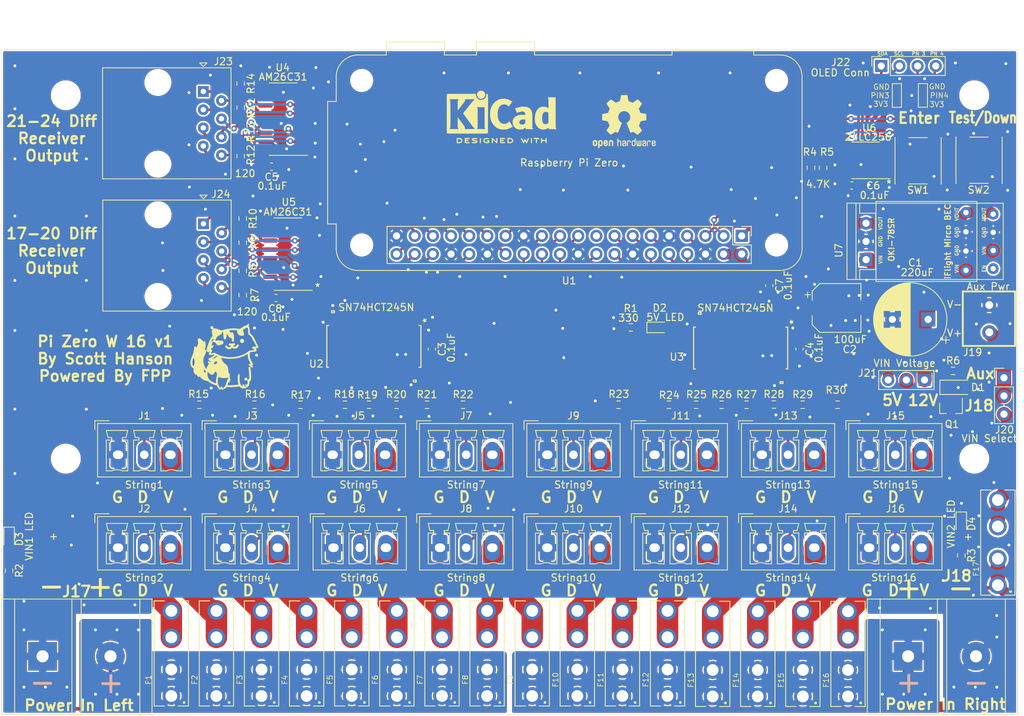
<source format=kicad_pcb>
(kicad_pcb (version 20211014) (generator pcbnew)
  (title_block (title "Pi Zero W 16") (date "2022-08-19") (rev "v1") (company "Scott Hanson"))
  (layers (0 "F.Cu" signal) (31 "B.Cu" signal) (34 "B.Paste" user) (35 "F.Paste" user) (36 "B.SilkS" user "B.Silkscreen") (37 "F.SilkS" user "F.Silkscreen") (38 "B.Mask" user) (39 "F.Mask" user) (44 "Edge.Cuts" user))
  (net 0 "")
  (net 1 "GND")
  (net 2 "+5V")
  (net 3 "/VIN")
  (net 4 "VIN1")
  (net 5 "/Output 1-8/VOUT1")
  (net 6 "/Output 1-8/VOUT2")
  (net 7 "/Output 1-8/VOUT3")
  (net 8 "/Output 1-8/VOUT4")
  (net 9 "/Output 1-8/VOUT5")
  (net 10 "/Output 1-8/VOUT6")
  (net 11 "/Output 1-8/VOUT7")
  (net 12 "VIN2")
  (net 13 "/Output 1-8/VOUT8")
  (net 14 "/Output 9-16/VOUT9")
  (net 15 "/Output 9-16/VOUT10")
  (net 16 "/Output 9-16/VOUT11")
  (net 17 "/Output 9-16/VOUT12")
  (net 18 "/Output 9-16/VOUT13")
  (net 19 "/Output 9-16/VOUT14")
  (net 20 "/Output 9-16/VOUT15")
  (net 21 "/Output 9-16/VOUT16")
  (net 22 "/Output 1-8/DOUT1")
  (net 23 "/Output 1-8/DOUT2")
  (net 24 "/Output 1-8/DOUT3")
  (net 25 "/Output 1-8/DOUT4")
  (net 26 "/Output 1-8/DOUT5")
  (net 27 "/Output 1-8/DOUT6")
  (net 28 "/Output 1-8/DOUT7")
  (net 29 "/Output 1-8/DOUT8")
  (net 30 "/Output 9-16/DOUT9")
  (net 31 "/Output 9-16/DOUT10")
  (net 32 "/Output 9-16/DOUT11")
  (net 33 "/Output 9-16/DOUT12")
  (net 34 "/Output 9-16/DOUT13")
  (net 35 "/Output 9-16/DOUT14")
  (net 36 "/Output 9-16/DOUT15")
  (net 37 "/Output 9-16/DOUT16")
  (net 38 "OUT21+")
  (net 39 "DATA14")
  (net 40 "DATA12")
  (net 41 "DATA15")
  (net 42 "DATA13")
  (net 43 "DATA11")
  (net 44 "DATA10")
  (net 45 "DATA9")
  (net 46 "DATA1")
  (net 47 "DATA2")
  (net 48 "DATA3")
  (net 49 "DATA4")
  (net 50 "DATA5")
  (net 51 "DATA6")
  (net 52 "DATA7")
  (net 53 "DATA8")
  (net 54 "DATA16")
  (net 55 "OUT21-")
  (net 56 "OUT22+")
  (net 57 "OUT23-")
  (net 58 "OUT23+")
  (net 59 "+3V3")
  (net 60 "I2C_SDA")
  (net 61 "I2C_SCL")
  (net 62 "OUT24")
  (net 63 "OUT23")
  (net 64 "OUT22")
  (net 65 "OUT21")
  (net 66 "OUT20")
  (net 67 "OUT19")
  (net 68 "OUT18")
  (net 69 "OUT17")
  (net 70 "OUT22-")
  (net 71 "OUT24+")
  (net 72 "OUT24-")
  (net 73 "/VIN_Fuse")
  (net 74 "BTN1")
  (net 75 "BTN2")
  (net 76 "Net-(C1-Pad1)")
  (net 77 "Net-(D1-Pad2)")
  (net 78 "VCC")
  (net 79 "OUT20-")
  (net 80 "OUT20+")
  (net 81 "OUT18-")
  (net 82 "OUT19+")
  (net 83 "OUT19-")
  (net 84 "OUT18+")
  (net 85 "OUT17-")
  (net 86 "OUT17+")
  (net 87 "Net-(R23-Pad1)")
  (net 88 "Net-(R24-Pad1)")
  (net 89 "Net-(R25-Pad1)")
  (net 90 "Net-(R26-Pad1)")
  (net 91 "Net-(R27-Pad1)")
  (net 92 "Net-(R28-Pad1)")
  (net 93 "Net-(R29-Pad1)")
  (net 94 "Net-(R30-Pad1)")
  (net 95 "Net-(D2-Pad1)")
  (net 96 "Net-(D3-Pad2)")
  (net 97 "Net-(D4-Pad2)")
  (net 98 "Net-(J22-Pad4)")
  (net 99 "Net-(J22-Pad3)")
  (net 100 "Net-(R15-Pad1)")
  (net 101 "Net-(R16-Pad1)")
  (net 102 "Net-(R17-Pad1)")
  (net 103 "Net-(R18-Pad1)")
  (net 104 "Net-(R19-Pad1)")
  (net 105 "Net-(R20-Pad1)")
  (net 106 "Net-(R21-Pad1)")
  (net 107 "Net-(R22-Pad1)")
  (footprint "Capacitor_SMD:C_0603_1608Metric_Pad1.08x0.95mm_HandSolder" (layer "F.Cu") (at 109.8988 76.3026)
    (fp_text reference "C5")
    (fp_text value "0.1uF")
  )
  (footprint "Scotts:PhoenixContact_MCV_3.81mm_3.5mm_1x03_Vertical" (layer "F.Cu") (at 88.2888 129.5746)
    (fp_text reference "J2")
    (fp_text value "String2")
  )
  (footprint "Scotts:PhoenixContact_MCV_3.81mm_3.5mm_1x03_Vertical" (layer "F.Cu") (at 118.2888 116.5746)
    (fp_text reference "J5")
    (fp_text value "String5")
  )
  (footprint "Scotts:PhoenixContact_MCV_3.81mm_3.5mm_1x03_Vertical" (layer "F.Cu") (at 118.403142 129.5746)
    (fp_text reference "J6")
    (fp_text value "String6")
  )
  (footprint "Scotts:PhoenixContact_MCV_3.81mm_3.5mm_1x03_Vertical" (layer "F.Cu") (at 133.2888 116.5746)
    (fp_text reference "J7")
    (fp_text value "String7")
  )
  (footprint "Scotts:PhoenixContact_MCV_3.81mm_3.5mm_1x03_Vertical" (layer "F.Cu") (at 133.2888 129.5746)
    (fp_text reference "J8")
    (fp_text value "String8")
  )
  (footprint "Scotts:PhoenixContact_MCV_3.81mm_3.5mm_1x03_Vertical" (layer "F.Cu") (at 148.2888 116.5746)
    (fp_text reference "J9")
    (fp_text value "String9")
  )
  (footprint "Scotts:PhoenixContact_MCV_3.81mm_3.5mm_1x03_Vertical" (layer "F.Cu") (at 148.2888 129.5746)
    (fp_text reference "J10")
    (fp_text value "String10")
  )
  (footprint "Scotts:PhoenixContact_MCV_3.81mm_3.5mm_1x03_Vertical" (layer "F.Cu") (at 163.2888 116.5746)
    (fp_text reference "J11")
    (fp_text value "String11")
  )
  (footprint "Scotts:PhoenixContact_MCV_3.81mm_3.5mm_1x03_Vertical" (layer "F.Cu") (at 163.2888 129.5746)
    (fp_text reference "J12")
    (fp_text value "String12")
  )
  (footprint "Scotts:PhoenixContact_MCV_3.81mm_3.5mm_1x03_Vertical" (layer "F.Cu") (at 178.2888 116.5746)
    (fp_text reference "J13")
    (fp_text value "String13")
  )
  (footprint "Scotts:PhoenixContact_MCV_3.81mm_3.5mm_1x03_Vertical" (layer "F.Cu") (at 178.2888 129.5746)
    (fp_text reference "J14")
    (fp_text value "String14")
  )
  (footprint "Scotts:PhoenixContact_MCV_3.81mm_3.5mm_1x03_Vertical" (layer "F.Cu") (at 193.2888 116.5746)
    (fp_text reference "J15")
    (fp_text value "String15")
  )
  (footprint "Scotts:PhoenixContact_MCV_3.81mm_3.5mm_1x03_Vertical" (layer "F.Cu") (at 193.2888 129.5746)
    (fp_text reference "J16")
    (fp_text value "String16")
  )
  (footprint "Scotts:FUSE_3544-2" (layer "F.Cu") (at 95.8788 144.3526 90)
    (fp_text reference "F1")
    (fp_text value "3544-2")
  )
  (footprint "Scotts:FUSE_3544-2" (layer "F.Cu") (at 133.718796 144.3486 90)
    (fp_text reference "F7")
    (fp_text value "3544-2")
  )
  (footprint "Scotts:FUSE_3544-2" (layer "F.Cu") (at 102.185466 144.3526 90)
    (fp_text reference "F2")
    (fp_text value "3544-2")
  )
  (footprint "Scotts:FUSE_3544-2" (layer "F.Cu") (at 127.41213 144.3486 90)
    (fp_text reference "F6")
    (fp_text value "3544-2")
  )
  (footprint "Scotts:FUSE_3544-2" (layer "F.Cu") (at 140.025462 144.3486 90)
    (fp_text reference "F8")
    (fp_text value "3544-2")
  )
  (footprint "Scotts:FUSE_3544-2" (layer "F.Cu") (at 146.332128 144.3486 90)
    (fp_text reference "F9")
    (fp_text value "3544-2")
  )
  (footprint "Scotts:FUSE_3544-2" (layer "F.Cu") (at 152.638794 144.3486 90)
    (fp_text reference "F10")
    (fp_text value "3544-2")
  )
  (footprint "Scotts:FUSE_3544-2" (layer "F.Cu") (at 121.105464 144.3486 90)
    (fp_text reference "F5")
    (fp_text value "3544-2")
  )
  (footprint "Scotts:FUSE_3544-2" (layer "F.Cu") (at 108.492132 144.3536 90)
    (fp_text reference "F3")
    (fp_text value "3544-2")
  )
  (footprint "Scotts:FUSE_3544-2" (layer "F.Cu") (at 158.94546 144.3486 90)
    (fp_text reference "F11")
    (fp_text value "3544-2")
  )
  (footprint "Scotts:FUSE_3544-2" (layer "F.Cu") (at 114.798798 144.3536 90)
    (fp_text reference "F4")
    (fp_text value "3544-2")
  )
  (footprint "Scotts:PhoenixContact_MCV_3.81mm_3.5mm_1x03_Vertical" (layer "F.Cu") (at 88.2888 116.5746)
    (fp_text reference "J1")
    (fp_text value "String1")
  )
  (footprint "Scotts:PhoenixContact_MCV_3.81mm_3.5mm_1x03_Vertical" (layer "F.Cu") (at 103.2888 116.5746)
    (fp_text reference "J3")
    (fp_text value "String3")
  )
  (footprint "Scotts:PhoenixContact_MCV_3.81mm_3.5mm_1x03_Vertical" (layer "F.Cu") (at 103.2888 129.5746)
    (fp_text reference "J4")
    (fp_text value "String4")
  )
  (footprint "Scotts:FUSE_3544-2" (layer "F.Cu") (at 165.252126 144.3448 90)
    (fp_text reference "F12")
    (fp_text value "3544-2")
  )
  (footprint "SN74HCT245NSR:SN74HCT245NSR" (layer "F.Cu") (at 124.1988 101.4276 -90)
    (fp_text reference "U2")
    (fp_text value "SN74HCT245N")
  )
  (footprint "LED_SMD:LED_0603_1608Metric_Pad1.05x0.95mm_HandSolder" (layer "F.Cu") (at 73.1988 128.358 -90)
    (fp_text reference "D3")
    (fp_text value "VIN1 LED")
  )
  (footprint "LED_SMD:LED_0603_1608Metric_Pad1.05x0.95mm_HandSolder" (layer "F.Cu") (at 206.3206 126.2346 -90)
    (fp_text reference "D4")
    (fp_text value "VIN2 LED")
  )
  (footprint "Resistor_SMD:R_0603_1608Metric_Pad0.98x0.95mm_HandSolder" (layer "F.Cu") (at 73.1988 132.7776 -90)
    (fp_text reference "R2")
    (fp_text value "2K")
  )
  (footprint "Resistor_SMD:R_0603_1608Metric_Pad0.98x0.95mm_HandSolder" (layer "F.Cu") (at 206.3206 130.6542 -90)
    (fp_text reference "R3")
    (fp_text value "2K")
  )
  (footprint "Connector_PinHeader_2.54mm:PinHeader_1x03_P2.54mm_Vertical" (layer "F.Cu") (at 201.1788 106.1194 -90)
    (fp_text reference "J21")
    (fp_text value "VIN Voltage")
  )
  (footprint "Scotts:FUSE_3544-2" (layer "F.Cu") (at 211.426 128.8526 90)
    (fp_text reference "F17")
    (fp_text value "3544-2")
  )
  (footprint "Connector_PinHeader_2.54mm:PinHeader_1x03_P2.54mm_Vertical" (layer "F.Cu") (at 212.2788 105.813)
    (fp_text reference "J20")
    (fp_text value "VIN Select")
  )
  (footprint "Resistor_SMD:R_0603_1608Metric_Pad0.98x0.95mm_HandSolder" (layer "F.Cu") (at 105.5738 64.6776 -90)
    (fp_text reference "R14")
    (fp_text value "120")
  )
  (footprint "Resistor_SMD:R_0603_1608Metric_Pad0.98x0.95mm_HandSolder" (layer "F.Cu") (at 105.5738 74.8276 90)
    (fp_text reference "R12")
    (fp_text value "120")
  )
  (footprint "Capacitor_SMD:C_0603_1608Metric_Pad1.08x0.95mm_HandSolder" (layer "F.Cu") (at 132.3014 101.8086 -90)
    (fp_text reference "C3")
    (fp_text value "0.1uF")
  )
  (footprint "Capacitor_SMD:C_0603_1608Metric_Pad1.08x0.95mm_HandSolder" (layer "F.Cu") (at 191.0088 78.9326)
    (fp_text reference "C6")
    (fp_text value "0.1uF")
  )
  (footprint "Resistor_SMD:R_0603_1608Metric_Pad0.98x0.95mm_HandSolder" (layer "F.Cu") (at 186.9988 76.4526 -90)
    (fp_text reference "R5")
    (fp_text value "4.7K")
  )
  (footprint "Package_SO:SOIC-8_3.9x4.9mm_P1.27mm" (layer "F.Cu") (at 192.9488 75.4226 180)
    (fp_text reference "U6")
    (fp_text value "24LC256")
  )
  (footprint "Resistor_SMD:R_0603_1608Metric_Pad0.98x0.95mm_HandSolder" (layer "F.Cu") (at 185.2988 76.4526 -90)
    (fp_text reference "R4")
    (fp_text value "4.7K")
  )
  (footprint "Capacitor_SMD:CP_Elec_6.3x5.4_Nichicon" (layer "F.Cu") (at 188.8788 96.0526)
    (fp_text reference "C2")
    (fp_text value "100uF")
  )
  (footprint "Capacitor_THT:CP_Radial_D10.0mm_P5.00mm" (layer "F.Cu") (at 201.6788 97.6526 180)
    (fp_text reference "C1")
    (fp_text value "220uF")
  )
  (footprint "LED_SMD:LED_0603_1608Metric_Pad1.05x0.95mm_HandSolder" (layer "F.Cu") (at 164.0238 98.7776)
    (fp_text reference "D2")
    (fp_text value "5V LED")
  )
  (footprint "Resistor_SMD:R_0603_1608Metric_Pad0.98x0.95mm_HandSolder" (layer "F.Cu") (at 160.1238 98.7776)
    (fp_text reference "R1")
    (fp_text value "330")
  )
  (footprint "Capacitor_SMD:C_0603_1608Metric_Pad1.08x0.95mm_HandSolder" (layer "F.Cu") (at 179.4738 92.9276 -90)
    (fp_text reference "C7")
    (fp_text value "0.1uF")
  )
  (footprint "Resistor_SMD:R_0603_1608Metric_Pad0.98x0.95mm_HandSolder" (layer "F.Cu") (at 105.5738 71.4276 -90)
    (fp_text reference "R13")
    (fp_text value "120")
  )
  (footprint "Resistor_SMD:R_0603_1608Metric_Pad0.98x0.95mm_HandSolder" (layer "F.Cu") (at 105.5738 68.0526 90)
    (fp_text reference "R11")
    (fp_text value "120")
  )
  (footprint "Package_SO:SOIC-16_3.9x9.9mm_P1.27mm" (layer "F.Cu") (at 111.50788 69.6531 180)
    (fp_text reference "U4")
    (fp_text value "AM26C31")
  )
  (footprint "SN74HCT245NSR:SN74HCT245NSR" (layer "F.Cu") (at 175.46976 101.65248 -90)
    (fp_text reference "U3")
    (fp_text value "SN74HCT245N")
  )
  (footprint "Connector_PinSocket_2.54mm:PinSocket_1x04_P2.54mm_Vertical" (layer "F.Cu") (at 195.1288 62.2276 90)
    (fp_text reference "J22")
    (fp_text value "OLED Conn")
  )
  (footprint "Capacitor_SMD:C_0603_1608Metric_Pad1.08x0.95mm_HandSolder" (layer "F.Cu") (at 183.69936 101.7998 -90)
    (fp_text reference "C4")
    (fp_text value "0.1uF")
  )
  (footprint "Scotts:RJ45_Amphenol_54602-x08_Horizontal" (layer "F.Cu") (at 100.3488 65.7951 -90)
    (fp_text reference "J23")
    (fp_text value "Diff Out")
  )
  (footprint "Scotts:RJ45_Amphenol_54602-x08_Horizontal" (layer "F.Cu") (at 100.3738 84.2901 -90)
    (fp_text reference "J24")
    (fp_text value "Diff Out")
  )
  (footprint "Diode_SMD:D_SOD-123" (layer "F.Cu") (at 205.5788 107.1526)
    (fp_text reference "D1")
    (fp_text value "Zener 10V")
  )
  (footprint "Package_TO_SOT_SMD:SOT-23" (layer "F.Cu") (at 204.8788 110.0526 -90)
    (fp_text reference "Q1")
    (fp_text value "DMP3056L")
  )
  (footprint "Resistor_SMD:R_0603_1608Metric_Pad0.98x0.95mm_HandSolder" (layer "F.Cu") (at 205.1788 104.8526)
    (fp_text reference "R6")
    (fp_text value "100K")
  )
  (footprint "Barrier_Blocks:BARRIER_BLOCK_1ROW_2POS_P9.5MM" (layer "F.Cu") (at 193.1788 152.8526)
    (fp_text reference "J18")
    (fp_text value "Power In Right")
  )
  (footprint "Scotts:FUSE_3544-2" (layer "F.Cu") (at 171.558792 144.4136 90)
    (fp_text reference "F13")
    (fp_text value "3544-2")
  )
  (footprint "Scotts:FUSE_3544-2" (layer "F.Cu") (at 177.865458 144.4136 90)
    (fp_text reference "F14")
    (fp_text value "3544-2")
  )
  (footprint "Scotts:FUSE_3544-2" (layer "F.Cu") (at 184.172124 144.4136 90)
    (fp_text reference "F15")
    (fp_text value "3544-2")
  )
  (footprint "Scotts:FUSE_3544-2" (layer "F.Cu") (at 190.4788 144.4136 90)
    (fp_text reference "F16")
    (fp_text value "3544-2")
  )
  (footprint "Barrier_Blocks:BARRIER_BLOCK_1ROW_2POS_P9.5MM" (layer "F.Cu") (at 72.1788 152.8526)
    (fp_text reference "J17")
    (fp_text value "Power In Left")
  )
  (footprint "Capacitor_SMD:C_0603_1608Metric_Pad1.08x0.95mm_HandSolder" (layer "F.Cu") (at 110.5238 94.6601)
    (fp_text reference "C8")
    (fp_text value "0.1uF")
  )
  (footprint "Resistor_SMD:R_0603_1608Metric_Pad0.98x0.95mm_HandSolder" (layer "F.Cu") (at 105.85788 94.2526 90)
    (fp_text reference "R7")
    (fp_text value "120")
  )
  (footprint "Resistor_SMD:R_0603_1608Metric_Pad0.98x0.95mm_HandSolder" (layer "F.Cu") (at 105.85788 90.8557 -90)
    (fp_text reference "R8")
    (fp_text value "120")
  )
  (footprint "Package_SO:SOIC-16_3.9x9.9mm_P1.27mm" (layer "F.Cu") (at 112.1738 88.5277 180)
    (fp_text reference "U5")
    (fp_text value "AM26C31")
  )
  (footprint "Resistor_SMD:R_0603_1608Metric_Pad0.98x0.95mm_HandSolder" (layer "F.Cu") (at 105.85788 83.5526 -90)
    (fp_text reference "R10")
    (fp_text value "120")
  )
  (footprint "Resistor_SMD:R_0603_1608Metric_Pad0.98x0.95mm_HandSolder" (layer "F.Cu") (at 105.85788 86.9307 90)
    (fp_text reference "R9")
    (fp_text value "120")
  )
  (footprint "MKDS1_2-3.81:PHOENIX_MKDS1_2-3.81" (layer "F.Cu") (at 210.1788 97.5526 90)
    (fp_text reference "J19")
    (fp_text value "Aux Pwr")
  )
  (footprint "Button_Switch_SMD:SW_Push_1P1T_NO_6x6mm_H9.5mm" (layer "F.Cu") (at 200.2738 75.4776 90)
    (fp_text reference "SW1")
    (fp_text value "Enter BTN")
  )
  (footprint "Button_Switch_SMD:SW_Push_1P1T_NO_6x6mm_H9.5mm" (layer "F.Cu") (at 208.7988 75.4026 90)
    (fp_text reference "SW2")
    (fp_text value "Down BTN")
  )
  (footprint "Symbol:KiCad-Logo2_6mm_SilkScreen" (layer "F.Cu") (at 142.0488 68.6526)
    (fp_text reference "REF**" hide)
    (fp_text value "KiCad-Logo2_6mm_SilkScreen" hide)
  )
  (footprint "MountingHole:MountingHole_3.7mm" (layer "F.Cu") (at 208.1276 117.1186)
    (fp_text reference "H2")
    (fp_text value "MountingHole")
  )
  (footprint "MountingHole:MountingHole_3.7mm" (layer "F.Cu") (at 81.1276 66.3186)
    (fp_text reference "H3")
    (fp_text value "MountingHole")
  )
  (footprint "Resistor_SMD:R_0603_1608Metric_Pad0.98x0.95mm_HandSolder" (layer "F.Cu") (at 127.3488 109.5776)
    (fp_text reference "R20")
    (fp_text value "33")
  )
  (footprint "Resistor_SMD:R_0603_1608Metric_Pad0.98x0.95mm_HandSolder" (layer "F.Cu") (at 172.8238 109.5776)
    (fp_text reference "R26")
    (fp_text value "33")
  )
  (footprint "Resistor_SMD:R_0603_1608Metric_Pad0.98x0.95mm_HandSolder" (layer "F.Cu") (at 165.4488 109.5776 180)
    (fp_text reference "R24")
    (fp_text value "33")
  )
  (footprint "Resistor_SMD:R_0603_1608Metric_Pad0.98x0.95mm_HandSolder" (layer "F.Cu") (at 131.6238 109.5776)
    (fp_text reference "R21")
    (fp_text value "33")
  )
  (footprint "Scotts:Universal_5V_Horizontal" (layer "F.Cu") (at 192.9993 89.2926 90)
    (fp_text reference "U7")
    (fp_text value "Universe5V")
  )
  (footprint "Resistor_SMD:R_0603_1608Metric_Pad0.98x0.95mm_HandSolder" (layer "F.Cu") (at 123.5238 109.5776 180)
    (fp_text reference "R19")
    (fp_text value "33")
  )
  (footprint "MountingHole:MountingHole_3.7mm" (layer "F.Cu") (at 208.1276 66.3186)
    (fp_text reference "H4")
    (fp_text value "MountingHole")
  )
  (footprint "Symbol:OSHW-Logo2_9.8x8mm_SilkScreen" (layer "F.Cu") (at 159.1988 70.0026)
    (fp_text reference "REF**" hide)
    (fp_text value "OSHW-Logo2_9.8x8mm_SilkScreen" hide)
  )
  (footprint "Resistor_SMD:R_0603_1608Metric_Pad0.98x0.95mm_HandSolder" (layer "F.Cu") (at 158.3988 109.5776 180)
    (fp_text reference "R23")
    (fp_text value "33")
  )
  (footprint "Resistor_SMD:R_0603_1608Metric_Pad0.98x0.95mm_HandSolder" (layer "F.Cu") (at 120.1488 109.5776 180)
    (fp_text reference "R18")
    (fp_text value "33")
  )
  (footprint "Resistor_SMD:R_0603_1608Metric_Pad0.98x0.95mm_HandSolder" (layer "F.Cu") (at 169.2488 109.5776 180)
    (fp_text reference "R25")
    (fp_text value "33")
  )
  (footprint "Resistor_SMD:R_0603_1608Metric_Pad0.98x0.95mm_HandSolder" (layer "F.Cu") (at 99.7988 109.5776 180)
    (fp_text reference "R15")
    (fp_text value "33")
  )
  (footprint "Scotts:SolderJumper-3_P1mm_Bridged12" (layer "F.Cu") (at 197.3088 66.3526 90)
    (fp_text reference "PIN3")
    (fp_text value "PIN_3_JMP")
  )
  (footprint "Resistor_SMD:R_0603_1608Metric_Pad0.98x0.95mm_HandSolder" (layer "F.Cu") (at 136.6738 109.5776)
    (fp_text reference "R22")
    (fp_text value "33")
  )
  (footprint "Resistor_SMD:R_0603_1608Metric_Pad0.98x0.95mm_HandSolder" (layer "F.Cu") (at 189.0238 109.5776)
    (fp_text reference "R30")
    (fp_text value "33")
  )
  (footprint "Resistor_SMD:R_0603_1608Metric_Pad0.98x0.95mm_HandSolder" (layer "F.Cu") (at 184.1488 109.5776)
    (fp_text reference "R29")
    (fp_text value "33")
  )
  (footprint "Scotts:chewi_15" (layer "F.Cu") (at 103.0988 101.7026)
    (fp_text reference "G***")
    (fp_text value "LOGO" hide)
  )
  (footprint "Resistor_SMD:R_0603_1608Metric_Pad0.98x0.95mm_HandSolder" (layer "F.Cu") (at 176.2988 109.5776)
    (fp_text reference "R27")
    (fp_text value "33")
  )
  (footprint "MountingHole:MountingHole_3.7mm" (layer "F.Cu") (at 81.1276 117.1186)
    (fp_text reference "H1")
    (fp_text value "MountingHole")
  )
  (footprint "Scotts:SolderJumper-3_P1mm_Bridged23" (layer "F.Cu") (at 200.9488 66.3456 90)
    (fp_text reference "PIN4")
    (fp_text value "PIN_4_JMP")
  )
  (footprint "Resistor_SMD:R_0603_1608Metric_Pad0.98x0.95mm_HandSolder" (layer "F.Cu") (at 113.9238 109.5776 180)
    (fp_text reference "R17")
    (fp_text value "33")
  )
  (footprint "Resistor_SMD:R_0603_1608Metric_Pad0.98x0.95mm_HandSolder" (layer "F.Cu") (at 107.4988 109.5776 180)
    (fp_text reference "R16")
    (fp_text value "33")
  )
  (footprint "Resistor_SMD:R_0603_1608Metric_Pad0.98x0.95mm_HandSolder" (layer "F.Cu") (at 180.1238 109.5526)
    (fp_text reference "R28")
    (fp_text value "33")
  )
  (footprint "Scotts:Raspberry_Pi_Zero_Socketed_THT_FaceDown_MountingHoles" (layer "B.Cu") (at 175.6238 85.9776 90)
    (fp_text reference "U1")
    (fp_text value "Raspberry Pi Zero")
  )
  (gr_line (start 214.2288 152.88936) (end 214.2288 59.9226) (layer "Edge.Cuts") (width 0.05))
  (gr_line (start 72.1288 59.9226) (end 72.1288 152.88936) (layer "Edge.Cuts") (width 0.05))
  (gr_line (start 214.2288 59.9226) (end 72.1288 59.9226) (layer "Edge.Cuts") (width 0.05))
  (gr_line (start 214.2288 152.88936) (end 72.1288 152.88936) (layer "Edge.Cuts") (width 0.05))
  (gr_text "-" (at 208.4288 148.3026) (layer "B.SilkS") (effects (font (size 3 3) (thickness 0.4))))
  (gr_text "+" (at 198.9788 148.3026) (layer "B.SilkS") (effects (font (size 3 3) (thickness 0.4)) (justify mirror)))
  (gr_text "-" (at 77.8788 148.3026) (layer "B.SilkS") (effects (font (size 3 3) (thickness 0.4))))
  (gr_text "+" (at 87.4288 148.3526) (layer "B.SilkS") (effects (font (size 3 3) (thickness 0.4)) (justify mirror)))
  (gr_text "G" (at 103.0688 135.5526) (layer "F.SilkS") (effects (font (size 1.5 1.5) (thickness 0.3))))
  (gr_text "D" (at 121.8648 135.5526) (layer "F.SilkS") (effects (font (size 1.5 1.5) (thickness 0.3))))
  (gr_text "V" (at 170.3788 135.5526) (layer "F.SilkS") (effects (font (size 1.5 1.5) (thickness 0.3))))
  (gr_text "D" (at 166.8228 135.5526) (layer "F.SilkS") (effects (font (size 1.5 1.5) (thickness 0.3))))
  (gr_text "V" (at 185.3648 135.5526) (layer "F.SilkS") (effects (font (size 1.5 1.5) (thickness 0.3))))
  (gr_text "G" (at 118.3088 135.5526) (layer "F.SilkS") (effects (font (size 1.5 1.5) (thickness 0.3))))
  (gr_text "G" (at 178.2528 135.5526) (layer "F.SilkS") (effects (font (size 1.5 1.5) (thickness 0.3))))
  (gr_text "V" (at 201.1488 135.5026) (layer "F.SilkS") (effects (font (size 1.5 1.5) (thickness 0.3))))
  (gr_text "D" (at 196.8616 135.5526) (layer "F.SilkS") (effects (font (size 1.5 1.5) (thickness 0.3))))
  (gr_text "G" (at 193.1616 135.5526) (layer "F.SilkS") (effects (font (size 1.5 1.5) (thickness 0.3))))
  (gr_text "D" (at 136.8508 135.5526) (layer "F.SilkS") (effects (font (size 1.5 1.5) (thickness 0.3))))
  (gr_text "D" (at 106.6248 135.5526) (layer "F.SilkS") (effects (font (size 1.5 1.5) (thickness 0.3))))
  (gr_text "D" (at 181.8088 135.5526) (layer "F.SilkS") (effects (font (size 1.5 1.5) (thickness 0.3))))
  (gr_text "V" (at 95.4488 135.5526) (layer "F.SilkS") (effects (font (size 1.5 1.5) (thickness 0.3))))
  (gr_text "V" (at 155.3928 135.5526) (layer "F.SilkS") (effects (font (size 1.5 1.5) (thickness 0.3))))
  (gr_text "G" (at 148.2808 135.5526) (layer "F.SilkS") (effects (font (size 1.5 1.5) (thickness 0.3))))
  (gr_text "G" (at 133.2948 135.5526) (layer "F.SilkS") (effects (font (size 1.5 1.5) (thickness 0.3))))
  (gr_text "V" (at 110.1808 135.5526) (layer "F.SilkS") (effects (font (size 1.5 1.5) (thickness 0.3))))
  (gr_text "G" (at 88.3368 135.5526) (layer "F.SilkS") (effects (font (size 1.5 1.5) (thickness 0.3))))
  (gr_text "D" (at 91.8928 135.5526) (layer "F.SilkS") (effects (font (size 1.5 1.5) (thickness 0.3))))
  (gr_text "V" (at 140.4068 135.5526) (layer "F.SilkS") (effects (font (size 1.5 1.5) (thickness 0.3))))
  (gr_text "V" (at 125.4208 135.5526) (layer "F.SilkS") (effects (font (size 1.5 1.5) (thickness 0.3))))
  (gr_text "D" (at 151.8368 135.5526) (layer "F.SilkS") (effects (font (size 1.5 1.5) (thickness 0.3))))
  (gr_text "G" (at 163.2668 135.5526) (layer "F.SilkS") (effects (font (size 1.5 1.5) (thickness 0.3))))
  (gr_text "12V" (at 200.971 108.9642) (layer "F.SilkS") (effects (font (size 1.5 1.5) (thickness 0.3))))
  (gr_text "5V" (at 196.653 108.9642) (layer "F.SilkS") (effects (font (size 1.5 1.5) (thickness 0.3))))
  (gr_text "D" (at 91.8988 122.5026) (layer "F.SilkS") (effects (font (size 1.5 1.5) (thickness 0.3))))
  (gr_text "G" (at 88.3428 122.5026) (layer "F.SilkS") (effects (font (size 1.5 1.5) (thickness 0.3))))
  (gr_text "V" (at 95.4548 122.5026) (layer "F.SilkS") (effects (font (size 1.5 1.5) (thickness 0.3))))
  (gr_text "${TITLE} ${REVISION}\nBy ${COMPANY}\nPowered By FPP" (at 86.6488 103.1526) (layer "F.SilkS") (effects (font (size 1.5 1.5) (thickness 0.3))))
  (gr_text "17-20 Diff\nReceiver\nOutput" (at 79.1588 88.0626) (layer "F.SilkS") (effects (font (size 1.5 1.5) (thickness 0.3))))
  (gr_text "J18" (at 208.8088 109.7126) (layer "F.SilkS") (effects (font (size 1.5 1.5) (thickness 0.3))))
  (gr_text "PN 3" (at 200.3488 60.5026) (layer "F.SilkS") (effects (font (size 0.5 0.5) (thickness 0.1))))
  (gr_text "SDA" (at 195.2988 60.5026) (layer "F.SilkS") (effects (font (size 0.5 0.5) (thickness 0.1))))
  (gr_text "SCL" (at 197.5988 60.5026) (layer "F.SilkS") (effects (font (size 0.5 0.5) (thickness 0.1))))
  (gr_text "PN 4" (at 202.8988 60.5026) (layer "F.SilkS") (effects (font (size 0.5 0.5) (thickness 0.1))))
  (gr_text "+" (at 209.6288 83.4526) (layer "F.SilkS") (effects (font (size 1 1))))
  (gr_text "+" (at 198.9988 135.1026) (layer "F.SilkS") (effects (font (size 3 3) (thickness 0.4))))
  (gr_text "Enter" (at 200.3988 69.5026) (layer "F.SilkS") (effects (font (size 1.5 1.5) (thickness 0.3))))
  (gr_text "D" (at 106.6308 122.5026) (layer "F.SilkS") (effects (font (size 1.5 1.5) (thickness 0.3))))
  (gr_text "G" (at 133.3008 122.5026) (layer "F.SilkS") (effects (font (size 1.5 1.5) (thickness 0.3))))
  (gr_text "V" (at 155.3988 122.5026) (layer "F.SilkS") (effects (font (size 1.5 1.5) (thickness 0.3))))
  (gr_text "GND" (at 195.1588 65.1526) (layer "F.SilkS") (effects (font (size 0.75 0.75) (thickness 0.1))))
  (gr_text "G" (at 193.2448 122.5026) (layer "F.SilkS") (effects (font (size 1.5 1.5) (thickness 0.3))))
  (gr_text "V" (at 125.4268 122.5026) (layer "F.SilkS") (effects (font (size 1.5 1.5) (thickness 0.3))))
  (gr_text "V" (at 140.4128 122.5026) (layer "F.SilkS") (effects (font (size 1.5 1.5) (thickness 0.3))))
  (gr_text "V" (at 110.1868 122.5026) (layer "F.SilkS") (effects (font (size 1.5 1.5) (thickness 0.3))))
  (gr_text "+" (at 207.2788 128.0026) (layer "F.SilkS") (effects (font (size 1 1))))
  (gr_text "D" (at 196.8008 122.5026) (layer "F.SilkS") (effects (font (size 1.5 1.5) (thickness 0.3))))
  (gr_text "Test/Down" (at 209.3488 69.4526) (layer "F.SilkS") (effects (font (size 1.5 1.2) (thickness 0.3))))
  (gr_text "3V3" (at 202.8988 67.5956) (layer "F.SilkS") (effects (font (size 0.75 0.75) (thickness 0.1))))
  (gr_text "21-24 Diff\nReceiver\nOutput" (at 79.1588 72.3526) (layer "F.SilkS") (effects (font (size 1.5 1.5) (thickness 0.3))))
  (gr_text "V+" (at 205.3788 99.5526) (layer "F.SilkS") (effects (font (size 1 1))))
  (gr_text "G" (at 178.2588 122.5026) (layer "F.SilkS") (effects (font (size 1.5 1.5) (thickness 0.3))))
  (gr_text "G" (at 118.3148 122.5026) (layer "F.SilkS") (effects (font (size 1.5 1.5) (thickness 0.3))))
  (gr_text "-" (at 79.1288 134.8526) (layer "F.SilkS") (effects (font (size 3 3) (thickness 0.4))))
  (gr_text "D" (at 166.8288 122.5026) (layer "F.SilkS") (effects (font (size 1.5 1.5) (thickness 0.3))))
  (gr_text "D" (at 136.8568 122.5026) (layer "F.SilkS") (effects (font (size 1.5 1.5) (thickness 0.3))))
  (gr_text "D" (at 121.8708 122.5026) (layer "F.SilkS") (effects (font (size 1.5 1.5) (thickness 0.3))))
  (gr_text "GND" (at 202.9488 65.0956) (layer "F.SilkS") (effects (font (size 0.75 0.75) (thickness 0.1))))
  (gr_text "G" (at 148.2868 122.5026) (layer "F.SilkS") (effects (font (size 1.5 1.5) (thickness 0.3))))
  (gr_text "V" (at 185.3708 122.5026) (layer "F.SilkS") (effects (font (size 1.5 1.5) (thickness 0.3))))
  (gr_text "V" (at 170.3848 122.5026) (layer "F.SilkS") (effects (font (size 1.5 1.5) (thickness 0.3))))
  (gr_text "D" (at 181.8148 122.5026) (layer "F.SilkS") (effects (font (size 1.5 1.5) (thickness 0.3))))
  (gr_text "Aux" (at 208.9688 105.2226) (layer "F.SilkS") (effects (font (size 1.5 1.5) (thickness 0.3))))
  (gr_text "G" (at 163.2728 122.5026) (layer "F.SilkS") (effects (font (size 1.5 1.5) (thickness 0.3))))
  (gr_text "+" (at 79.4288 127.9526) (layer "F.SilkS") (effects (font (size 1 1))))
  (gr_text "V-" (at 205.3788 95.5526) (layer "F.SilkS") (effects (font (size 1 1))))
  (gr_text "G" (at 103.0748 122.5026) (layer "F.SilkS") (effects (font (size 1.5 1.5) (thickness 0.3))))
  (gr_text "D" (at 151.8428 122.5026) (layer "F.SilkS") (effects (font (size 1.5 1.5) (thickness 0.3))))
  (gr_text "-" (at 206.2488 135.1026) (layer "F.SilkS") (effects (font (size 3 3) (thickness 0.4))))
  (gr_text "3V3" (at 195.0588 67.5526) (layer "F.SilkS") (effects (font (size 0.75 0.75) (thickness 0.1))))
  (gr_text "+" (at 85.9488 134.9026) (layer "F.SilkS") (effects (font (size 3 3) (thickness 0.4))))
  (gr_text "V" (at 200.3568 122.5026) (layer "F.SilkS") (effects (font (size 1.5 1.5) (thickness 0.3))))
  (via (at 183.69428 104.17216) (size 0.8) (drill 0.4) (layers "F.Cu" "B.Cu") (net 1))
  (via (at 133.9988 63.2026) (size 0.8) (drill 0.4) (layers "F.Cu" "B.Cu") (net 1))
  (via (at 115.9988 73.0026) (size 0.8) (drill 0.4) (layers "F.Cu" "B.Cu") (net 1))
  (via (at 101.5488 98.8026) (size 0.8) (drill 0.4) (layers "F.Cu" "B.Cu") (net 1))
  (via (at 105.5988 62.2026) (size 0.8) (drill 0.4) (layers "F.Cu" "B.Cu") (net 1))
  (via (at 199.3988 66.3526) (size 0.8) (drill 0.4) (layers "F.Cu" "B.Cu") (net 1))
  (via (at 133.9988 83.7026) (size 0.8) (drill 0.4) (layers "F.Cu" "B.Cu") (net 1))
  (via (at 101.3488 63.5026) (size 0.8) (drill 0.4) (layers "F.Cu" "B.Cu") (net 1))
  (via (at 133.0988 91.0526) (size 0.8) (drill 0.4) (layers "F.Cu" "B.Cu") (net 1))
  (via (at 186.7988 83.2526) (size 0.8) (drill 0.4) (layers "F.Cu" "B.Cu") (net 1))
  (via (at 83.9988 92.2026) (size 0.8) (drill 0.4) (layers "F.Cu" "B.Cu") (net 1))
  (via (at 208.4288 98.2946) (size 0.8) (drill 0.4) (layers "F.Cu" "B.Cu") (net 1))
  (via (at 185.0488 70.6526) (size 0.8) (drill 0.4) (layers "F.Cu" "B.Cu") (net 1))
  (via (at 111.5988 90.4026) (size 0.8) (drill 0.4) (layers "F.Cu" "B.Cu") (net 1))
  (via (at 150.6988 79.576601) (size 0.8) (drill 0.4) (layers "F.Cu" "B.Cu") (net 1))
  (via (at 131.5488 91.0526) (size 0.8) (drill 0.4) (layers "F.Cu" "B.Cu") (net 1))
  (via (at 141.1176 126.4772) (size 0.8) (drill 0.4) (layers "F.Cu" "B.Cu") (net 1))
  (via (at 170.8676 126.3772) (size 0.8) (drill 0.4) (layers "F.Cu" "B.Cu") (net 1))
  (via (at 197.0788 111.2526) (size 0.8) (drill 0.4) (layers "F.Cu" "B.Cu") (net 1))
  (via (at 201.1988 64.0026) (size 0.8) (drill 0.4) (layers "F.Cu" "B.Cu") (net 1))
  (via (at 185.7988 92.7526) (size 0.8) (drill 0.4) (layers "F.Cu" "B.Cu") (net 1))
  (via (at 205.4988 61.8026) (size 0.8) (drill 0.4) (layers "F.Cu" "B.Cu") (net 1))
  (via (at 147.6988 76.1526) (size 0.8) (drill 0.4) (layers "F.Cu" "B.Cu") (net 1))
  (via (at 185.1488 111.3026) (size 0.8) (drill 0.4) (layers "F.Cu" "B.Cu") (net 1))
  (via (at 125.8488 107.1526) (size 0.8) (drill 0.4) (layers "F.Cu" "B.Cu") (net 1))
  (via (at 82.975924 134.65533) (size 0.8) (drill 0.4) (layers "F.Cu" "B.Cu") (net 1))
  (via (at 208.2788 149.0526) (size 0.8) (drill 0.4) (layers "F.Cu" "B.Cu") (net 1))
  (via (at 192.0488 94.3026) (size 0.8) (drill 0.4) (layers "F.Cu" "B.Cu") (net 1))
  (via (at 186.1676 125.8272) (size 0.8) (drill 0.4) (layers "F.Cu" "B.Cu") (net 1))
  (via (at 73.9988 62.2026) (size 0.8) (drill 0.4) (layers "F.Cu" "B.Cu") (net 1))
  (via (at 191.2788 102.4526) (size 0.8) (drill 0.4) (layers "F.Cu" "B.Cu") (net 1))
  (via (at 208.7788 125.1026) (size 0.8) (drill 0.4) (layers "F.Cu" "B.Cu") (net 1))
  (via (at 116.0988 62.4526) (size 0.8) (drill 0.4) (layers "F.Cu" "B.Cu") (net 1))
  (via (at 112.2988 76.7026) (size 0.8) (drill 0.4) (layers "F.Cu" "B.Cu") (net 1))
  (via (at 183.4788 96.0526) (size 0.8) (drill 0.4) (layers "F.Cu" "B.Cu") (net 1))
  (via (at 110.0488 109.6026) (size 0.8) (drill 0.4) (layers "F.Cu" "B.Cu") (net 1))
  (via (at 188.6488 78.7026) (size 0.8) (drill 0.4) (layers "F.Cu" "B.Cu") (net 1))
  (via (at 127.6988 124.2526) (size 0.8) (drill 0.4) (layers "F.Cu" "B.Cu") (net 1))
  (via (at 111.5176 126.5772) (size 0.8) (drill 0.4) (layers "F.Cu" "B.Cu") (net 1))
  (via (at 112.7488 94.8526) (size 0.8) (drill 0.4) (layers "F.Cu" "B.Cu") (net 1))
  (via (at 191.4988 97.8026) (size 0.8) (drill 0.4) (layers "F.Cu" "B.Cu") (net 1))
  (via (at 120.4488 70.3526) (size 0.8) (drill 0.4) (layers "F.Cu" "B.Cu") (net 1))
  (via (at 117.8488 64.4526) (size 0.8) (drill 0.4) (layers "F.Cu" "B.Cu") (net 1))
  (via (at 143.7488 124.2526) (size 0.8) (drill 0.4) (layers "F.Cu" "B.Cu") (net 1))
  (via (at 197.5488 90.2526) (size 0.8) (drill 0.4) (layers "F.Cu" "B.Cu") (net 1))
  (via (at 196.2488 79.2026) (size 0.8) (drill 0.4) (layers "F.Cu" "B.Cu") (net 1))
  (via (at 137.0788 102.5526) (size 0.8) (drill 0.4) (layers "F.Cu" "B.Cu") (net 1))
  (via (at 180.3988 111.0026) (size 0.8) (drill 0.4) (layers "F.Cu" "B.Cu") (net 1))
  (via (at 98.3488 73.2526) (size 0.8) (drill 0.4) (layers "F.Cu" "B.Cu") (net 1))
  (via (at 98.3488 65.9526) (size 0.8) (drill 0.4) (layers "F.Cu" "B.Cu") (net 1))
  (via (at 115.6988 111.0526) (size 0.8) (drill 0.4) (layers "F.Cu" "B.Cu") (net 1))
  (via (at 167.9988 98.28952) (size 0.8) (drill 0.4) (layers "F.Cu" "B.Cu") (net 1))
  (via (at 122.9988 75.3026) (size 0.8) (drill 0.4) (layers "F.Cu" "B.Cu") (net 1))
  (via (at 73.9988 83.2026) (size 0.8) (drill 0.4) (layers "F.Cu" "B.Cu") (net 1))
  (via (at 193.2488 97.7526) (size 0.8) (drill 0.4) (layers "F.Cu" "B.Cu") (net 1))
  (via (at 179.4488 95.1026) (size 0.8) (drill 0.4) (layers "F.Cu" "B.Cu") (net 1))
  (via (at 83.9988 75.2026) (size 0.8) (drill 0.4) (layers "F.Cu" "B.Cu") (net 1))
  (via (at 121.9488 91.8526) (size 0.8) (drill 0.4) (layers "F.Cu" "B.Cu") (net 1))
  (via (at 115.9988 70.2526) (size 0.8) (drill 0.4) (layers "F.Cu" "B.Cu") (net 1))
  (via (at 83.9988 99.2026) (size 0.8) (drill 0.4) (layers "F.Cu" "B.Cu") (net 1))
  (via (at 152.9988 63.2026) (size 0.8) (drill 0.4) (layers "F.Cu" "B.Cu") (net 1))
  (via (at 119.0488 111.2026) (size 0.8) (drill 0.4) (layers "F.Cu" "B.Cu") (net 1))
  (via (at 156.0676 126.3772) (size 0.8) (drill 0.4) (layers "F.Cu" "B.Cu") (net 1))
  (via (at 193.5988 67.9026) (size 0.8) (drill 0.4) (layers "F.Cu" "B.Cu") (net 1))
  (via (at 135.7988 82.9526) (size 0.8) (drill 0.4) (layers "F.Cu" "B.Cu") (net 1))
  (via (at 199.2988 68.5026) (size 0.8) (drill 0.4) (layers "F.Cu" "B.Cu") (net 1))
  (via (at 157.7488 98.9526) (size 0.8) (drill 0.4) (layers "F.Cu" "B.Cu") (net 1))
  (via (at 212.9788 129.2026) (size 0.8) (drill 0.4) (layers "F.Cu" "B.Cu") (net 1))
  (via (at 210.2068 102.3586) (size 0.8) (drill 0.4) (layers "F.Cu" "B.Cu") (net 1))
  (via (at 192.5988 61.8026) (size 0.8) (drill 0.4) (layers "F.Cu" "B.Cu") (net 1))
  (via (at 149.6488 96.3526) (size 0.8) (drill 0.4) (layers "F.Cu" "B.Cu") (net 1))
  (via (at 81.8993 129.2026) (size 0.8) (drill 0.4) (layers "F.Cu" "B.Cu") (net 1))
  (via (at 168.5488 76.3526) (size 0.8) (drill 0.4) (layers "F.Cu" "B.Cu") (net 1))
  (via (at 100.0988 95.0026) (size 0.8) (drill 0.4) (layers "F.Cu" "B.Cu") (net 1))
  (via (at 90.7788 137.5526) (size 0.8) (drill 0.4) (layers "F.Cu" "B.Cu") (net 1))
  (via (at 210.6488 77.7026) (size 0.8) (drill 0.4) (layers "F.Cu" "B.Cu") (net 1))
  (via (at 194.8988 137.9826) (size 0.8) (drill 0.4) (layers "F.Cu" "B.Cu") (net 1))
  (via (at 163.9988 63.2026) (size 0.8) (drill 0.4) (layers "F.Cu" "B.Cu") (net 1))
  (via (at 174.1488 79.5026) (size 0.8) (drill 0.4) (layers "F.Cu" "B.Cu") (net 1))
  (via (at 107.7988 102.6526) (size 0.8) (drill 0.4) (layers "F.Cu" "B.Cu") (net 1))
  (via (at 136.1988 91.6526) (size 0.8) (drill 0.4) (layers "F.Cu" "B.Cu") (net 1))
  (via (at 127.1488 71.2026) (size 0.8) (drill 0.4) (layers "F.Cu" "B.Cu") (net 1))
  (via (at 188.0988 98.5026) (size 0.8) (drill 0.4) (layers "F.Cu" "B.Cu") (net 1))
  (via (at 193.2988 110.9026) (size 0.8) (drill 0.4) (layers "F.Cu" "B.Cu") (net 1))
  (via (at 202.8788 104.8526) (size 0.8) (drill 0.4) (layers "F.Cu" "B.Cu") (net 1))
  (via (at 121.0988 107.2026) (size 0.8) (drill 0.4) (layers "F.Cu" "B.Cu") (net 1))
  (via (at 196.7788 107.9526) (size 0.8) (drill 0.4) (layers "F.Cu" "B.Cu") (net 1))
  (via (at 128.6438 102.5452) (size 0.8) (drill 0.4) (layers "F.Cu" "B.Cu") (net 1))
  (via (at 140.9988 98.2026) (size 0.8) (drill 0.4) (layers "F.Cu" "B.Cu") (net 1))
  (via (at 195.3988 82.2026) (size 0.8) (drill 0.4) (layers "F.Cu" "B.Cu") (net 1))
  (via (at 203.8788 103.3526) (size 0.8) (drill 0.4) (layers "F.Cu" "B.Cu") (net 1))
  (via (at 116.4488 105.8526) (size 0.8) (drill 0.4) (layers "F.Cu" "B.Cu") (net 1))
  (via (at 202.0788 111.2526) (size 0.8) (drill 0.4) (layers "F.Cu" "B.Cu") (net 1))
  (via (at 116.6988 81.5026) (size 0.8) (drill 0.4) (layers "F.Cu" "B.Cu") (net 1))
  (via (at 205.8888 107.1846) (size 0.8) (drill 0.4) (layers "F.Cu" "B.Cu") (net 1))
  (via (at 95.6488 98.6026) (size 0.8) (drill 0.4) (layers "F.Cu" "B.Cu") (net 1))
  (via (at 112.8988 92.8526) (size 0.8) (drill 0.4) (layers "F.Cu" "B.Cu") (net 1))
  (via (at 124.0488 111.1526) (size 0.8) (drill 0.4) (layers "F.Cu" "B.Cu") (net 1))
  (via (at 112.0488 84.9026) (size 0.8) (drill 0.4) (layers "F.Cu" "B.Cu") (net 1))
  (via (at 97.7988 124.2026) (size 0.8) (drill 0.4) (layers "F.Cu" "B.Cu") (net 1))
  (via (at 193.4288 99.3026) (size 0.8) (drill 0.4) (layers "F.Cu" "B.Cu") (net 1))
  (via (at 190.1788 106.8526) (size 0.8) (drill 0.4) (layers "F.Cu" "B.Cu") (net 1))
  (via (at 120.1488 95.0026) (size 0.8) (drill 0.4) (layers "F.Cu" "B.Cu") (net 1))
  (via (at 202.4988 77.6526) (size 0.8) (drill 0.4) (layers "F.Cu" "B.Cu") (net 1))
  (via (at 129.3988 106.8026) (size 0.8) (drill 0.4) (layers "F.Cu" "B.Cu") (net 1))
  (via (at 177.5488 80.7526) (size 0.8) (drill 0.4) (layers "F.Cu" "B.Cu") (net 1))
  (via (at 122.2988 73.1526) (size 0.8) (drill 0.4) (layers "F.Cu" "B.Cu") (net 1))
  (via (at 94.6988 90.8026) (size 0.8) (drill 0.4) (layers "F.Cu" "B.Cu") (net 1))
  (via (at 205.2788 149.0526) (size 0.8) (drill 0.4) (layers "F.Cu" "B.Cu") (net 1))
  (via (at 121.6988 76.9526) (size 0.8) (drill 0.4) (layers "F.Cu" "B.Cu") (net 1))
  (via (at 150.7488 103.0026) (size 0.8) (drill 0.4) (layers "F.Cu" "B.Cu") (net 1))
  (via (at 114.8988 102.4026) (size 0.8) (drill 0.4) (layers "F.Cu" "B.Cu") (net 1))
  (via (at 208.7288 129.4526) (size 0.8) (drill 0.4) (layers "F.Cu" "B.Cu") (net 1))
  (via (at 131.8988 111.2026) (size 0.8) (drill 0.4) (layers "F.Cu" "B.Cu") (net 1))
  (via (at 211.2788 142.0526) (size 0.8) (drill 0.4) (layers "F.Cu" "B.Cu") (net 1))
  (via (at 183.2488 80.6526) (size 0.8) (drill 0.4) (layers "F.Cu" "B.Cu") (net 1))
  (via (at 131.2488 83.5026) (size 0.8) (drill 0.4) (layers "F.Cu" "B.Cu") (net 1))
  (via (at 210.2068 106.4226) (size 0.8) (drill 0.4) (layers "F.Cu" "B.Cu") (net 1))
  (via (at 173.9988 63.2026) (size 0.8) (drill 0.4) (layers "F.Cu" "B.Cu") (net 1))
  (via (at 73.9988 110.2026) (size 0.8) (drill 0.4) (layers "F.Cu" "B.Cu") (net 1))
  (via (at 73.9988 75.2026) (size 0.8) (drill 0.4) (layers "F.Cu" "B.Cu") (net 1))
  (via (at 110.0988 124.3026) (size 0.8) (drill 0.4) (layers "F.Cu" "B.Cu") (net 1))
  (via (at 212.7988 71.4026) (size 0.8) (drill 0.4) (layers "F.Cu" "B.Cu") (net 1))
  (via (at 75.2788 137.0526) (size 0.8) (drill 0.4) (layers "F.Cu" "B.Cu") (net 1))
  (via (at 73.9988 92.2026) (size 0.8) (drill 0.4) (layers "F.Cu" "B.Cu") (net 1))
  (via (at 81.2788 149.0526) (size 0.8) (drill 0.4) (layers "F.Cu" "B.Cu") (net 1))
  (via (at 169.7488 111.1526) (size 0.8) (drill 0.4) (layers "F.Cu" "B.Cu") (net 1))
  (via (at 75.2788 141.0526) (size 0.8) (drill 0.4) (layers "F.Cu" "B.Cu") (net 1))
  (via (at 150.5988 98.9026) (size 0.8) (drill 0.4) (layers "F.Cu" "B.Cu") (net 1))
  (via (at 128.9988 90.7026) (size 0.8) (drill 0.4) (layers "F.Cu" "B.Cu") (net 1))
  (via (at 111.2488 70.2526) (size 0.8) (drill 0.4) (layers "F.Cu" "B.Cu") (net 1))
  (via (at 94.6488 110.1026) (size 0.8) (drill 0.4) (layers "F.Cu" "B.Cu") (net 1))
  (via (at 207.9988 136.2026) (size 0.8) (drill 0.4) (layers "F.Cu" "B.Cu") (net 1))
  (via (at 127.4754 102.5706) (size 0.8) (drill 0.4) (layers "F.Cu" "B.Cu") (net 1))
  (via (at 190.4988 80.3526) (size 0.8) (drill 0.4) (layers "F.Cu" "B.Cu") (net 1))
  (via (at 107.9988 94.9526) (size 0.8) (drill 0.4) (layers "F.Cu" "B.Cu") (net 1))
  (via (at 201.9988 138.0526) (size 0.8) (drill 0.4) (layers "F.Cu" "B.Cu") (net 1))
  (via (at 193.3988 78.8526) (size 0.8) (drill 0.4) (layers "F.Cu" "B.Cu") (net 1))
  (via (at 127.9988 111.2526) (size 0.8) (drill 0.4) (layers "F.Cu" "B.Cu") (net 1))
  (via (at 141.3488 83.2526) (size 0.8) (drill 0.4) (layers "F.Cu" "B.Cu") (net 1))
  (via (at 190.1488 97.8026) (size 0.8) (drill 0.4) (layers "F.Cu" "B.Cu") (net 1))
  (via (at 210.8788 120.4526) (size 0.8) (drill 0.4) (layers "F.Cu" "B.Cu") (net 1))
  (via (at 107.0988 76.0026) (size 0.8) (drill 0.4) (layers "F.Cu" "B.Cu") (net 1))
  (via (at 197.6988 64.0026) (size 0.8) (drill 0.4) (layers "F.Cu" "B.Cu") (net 1))
  (via (at 143.2988 109.2526) (size 0.8) (drill 0.4) (layers "F.Cu" "B.Cu") (net 1))
  (via (at 159.0988 76.2026) (size 0.8) (drill 0.4) (layers "F.Cu" "B.Cu") (net 1))
  (via (at 103.4488 77.3526) (size 0.8) (drill 0.4) (layers "F.Cu" "B.Cu") (net 1))
  (via (at 142.5488 91.6526) (size 0.8) (drill 0.4) (layers "F.Cu" "B.Cu") (net 1))
  (via (at 190.7488 67.7026) (size 0.8) (drill 0.4) (layers "F.Cu" "B.Cu") (net 1))
  (via (at 73.9988 68.2026) (size 0.8) (drill 0.4) (layers "F.Cu" "B.Cu") (net 1))
  (via (at 204.3488 79.5526) (size 0.8) (drill 0.4) (layers "F.Cu" "B.Cu") (net 1))
  (via (at 179.81316 102.70912) (size 0.8) (drill 0.4) (layers "F.Cu" "B.Cu") (net 1))
  (via (at 142.9988 63.2026) (size 0.8) (drill 0.4) (layers "F.Cu" "B.Cu") (net 1))
  (via (at 131.8488 99.1526) (size 0.8) (drill 0.4) (layers "F.Cu" "B.Cu") (net 1))
  (via (at 192.2988 76.0026) (size 0.8) (drill 0.4) (layers "F.Cu" "B.Cu") (net 1))
  (via (at 203.1988 82.2526) (size 0.8) (drill 0.4) (layers "F.Cu" "B.Cu") (net 1))
  (via (at 212.7988 79.6026) (size 0.8) (drill 0.4) (layers "F.Cu" "B.Cu") (net 1))
  (via (at 106.2988 106.0026) (size 0.8) (drill 0.4) (layers "F.Cu" "B.Cu") (net 1))
  (via (at 167.65672 102.60244) (size 0.8) (drill 0.4) (layers "F.Cu" "B.Cu") (net 1))
  (via (at 111.4988 95.9026) (size 0.8) (drill 0.4) (layers "F.Cu" "B.Cu") (net 1))
  (via (at 144.6488 79.5026) (size 0.8) (drill 0.4) (layers "F.Cu" "B.Cu") (net 1))
  (via (at 206.346 123.3644) (size 0.8) (drill 0.4) (layers "F.Cu" "B.Cu") (net 1))
  (via (at 99.5488 102.5026) (size 0.8) (drill 0.4) (layers "F.Cu" "B.Cu") (net 1))
  (via (at 132.3988 97.3526) (size 0.8) (drill 0.4) (layers "F.Cu" "B.Cu") (net 1))
  (via (at 108.3488 82.5026) (size 0.8) (drill 0.4) (layers "F.Cu" "B.Cu") (net 1))
  (via (at 78.2788 149.0526) (size 0.8) (drill 0.4) (layers "F.Cu" "B.Cu") (net 1))
  (via (at 174.5988 83.9026) (size 0.8) (drill 0.4) (layers "F.Cu" "B.Cu") (net 1))
  (via (at 211.2788 139.0526) (size 0.8) (drill 0.4) (layers "F.Cu" "B.Cu") (net 1))
  (via (at 154.4488 91.6526) (size 0.8) (drill 0.4) (layers "F.Cu" "B.Cu") (net 1))
  (via (at 213.1288 98.2526) (size 0.8) (drill 0.4) (layers "F.Cu" "B.Cu") (net 1))
  (via (at 82.0788 125.1526) (size 0.8) (drill 0.4) (layers "F.Cu" "B.Cu") (net 1))
  (via (at 126.0488 81.4026) (size 0.8) (drill 0.4) (layers "F.Cu" "B.Cu") (net 1))
  (via (at 111.5488 65.9026) (size 0.8) (drill 0.4) (layers "F.Cu" "B.Cu") (net 1))
  (via (at 155.1488 109.0526) (size 0.8) (drill 0.4) (layers "F.Cu" "B.Cu") (net 1))
  (via (at 203.9788 125.1526) (size 0.8) (drill 0.4) (layers "F.Cu" "B.Cu") (net 1))
  (via (at 157.6988 97.4026) (size 0.8) (drill 0.4) (layers "F.Cu" "B.Cu") (net 1))
  (via (at 193.0788 92.1526) (size 0.8) (drill 0.4) (layers "F.Cu" "B.Cu") (net 1))
  (via (at 98.3988 79.1526) (size 0.8) (drill 0.4) (layers "F.Cu" "B.Cu") (net 1))
  (via (at 116.7988 91.6526) (size 0.8) (drill 0.4) (layers "F.Cu" "B.Cu") (net 1))
  (via (at 83.6788 137.5526) (size 0.8) (drill 0.4) (layers "F.Cu" "B.Cu") (net 1))
  (via (at 121.2988 111.1526) (size 0.8) (drill 0.4) (layers "F.Cu" "B.Cu") (net 1))
  (via (at 111.9988 73.8026) (size 0.8) (drill 0.4) (layers "F.Cu" "B.Cu") (net 1))
  (via (at 180.5488 83.0526) (size 0.8) (drill 0.4) (layers "F.Cu" "B.Cu") (net 1))
  (via (at 107.2988 80.4026) (size 0.8) (drill 0.4) (layers "F.Cu" "B.Cu") (net 1))
  (via (at 187.7288 90.6031) (size 1) (drill 0.4) (layers "F.Cu" "B.Cu") (net 1))
  (via (at 140.1488 124.0526) (size 0.8) (drill 0.4) (layers "F.Cu" "B.Cu") (net 1))
  (via (at 117.0988 98.0526) (size 0.8) (drill 0.4) (layers "F.Cu" "B.Cu") (net 1))
  (via (at 75.2788 149.0526) (size 0.8) (drill 0.4) (layers "F.Cu" "B.Cu") (net 1))
  (via (at 94.6488 86.9526) (size 0.8) (drill 0.4) (layers "F.Cu" "B.Cu") (net 1))
  (via (at 100.6488 82.2526) (size 0.8) (drill 0.4) (layers "F.Cu" "B.Cu") (net 1))
  (via (at 73.9988 119.2026) (size 0.8) (drill 0.4) (layers "F.Cu" "B.Cu") (net 1))
  (via (at 180.1988 106.9026) (size 0.8) (drill 0.4) (layers "F.Cu" "B.Cu") (net 1))
  (via (at 159.6988 79.576601) (size 0.8) (drill 0.4) (layers "F.Cu" "B.Cu") (net 1))
  (via (at 193.9788 105.7526) (size 0.8) (drill 0.4) (layers "F.Cu" "B.Cu") (net 1))
  (via (at 199.1488 73.1526) (size 0.8) (drill 0.4) (layers "F.Cu" "B.Cu") (net 1))
  (via (at 115.9488 74.9526) (size 0.8) (drill 0.4) (layers "F.Cu" "B.Cu") (net 1))
  (via (at 208.6828 107.4386) (size 0.8) (drill 0.4) (layers "F.Cu" "B.Cu") (net 1))
  (via (at 210.5788 112.1526) (size 0.8) (drill 0.4) (layers "F.Cu" "B.Cu") (net 1))
  (via (at 116.2488 83.4526) (size 0.8) (drill 0.4) (layers "F.Cu" "B.Cu") (net 1))
  (via (at 111.4988 99.0526) (size 0.8) (drill 0.4) (layers "F.Cu" "B.Cu") (net 1))
  (via (at 97.3488 111.0526) (size 0.8) (drill 0.4) (layers "F.Cu" "B.Cu") (net 1))
  (via (at 183.9988 78.3526) (size 0.8) (drill 0.4) (layers "F.Cu" "B.Cu") (net 1))
  (via (at 212.5488 61.9026) (size 0.8) (drill 0.4) (layers "F.Cu" "B.Cu") (net 1))
  (via (at 110.7488 77.6026) (size 0.8) (drill 0.4) (layers "F.Cu" "B.Cu") (net 1))
  (via (at 182.7788 98.8526) (size 0.8) (drill 0.4) (layers "F.Cu" "B.Cu") (net 1))
  (via (at 204.8788 113.8526) (size 0.8) (drill 0.4) (layers "F.Cu" "B.Cu") (net 1))
  (via (at 203.5788 100.3526) (size 0.8) (drill 0.4) (layers "F.Cu" "B.Cu") (net 1))
  (via (at 190.5988 94.3526) (size 0.8) (drill 0.4) (layers "F.Cu" "B.Cu") (net 1))
  (via (at 178.58888 102.7396) (size 0.8) (drill 0.4) (layers "F.Cu" "B.Cu") (net 1))
  (via (at 208.0488 71.6526) (size 0.8) (drill 0.4) (layers "F.Cu" "B.Cu") (net 1))
  (via (at 180.6988 93.8526) (size 0.8) (drill 0.4) (layers "F.Cu" "B.Cu") (net 1))
  (via (at 112.2988 111.0526) (size 0.8) (drill 0.4) (layers "F.Cu" "B.Cu") (net 1))
  (via (at 107.4988 98.8526) (size 0.8) (drill 0.4) (layers "F.Cu" "B.Cu") (net 1))
  (via (at 85.5676 120.5272) (size 0.8) (drill 0.4) (layers "F.Cu" "B.Cu") (net 1))
  (via (at 193.2988 94.2526) (size 0.8) (drill 0.4) (layers "F.Cu" "B.Cu") (net 1))
  (via (at 188.6488 76.0526) (size 0.8) (drill 0.4) (layers "F.Cu" "B.Cu") (net 1))
  (via (at 118.4488 95.7026) (size 0.8) (drill 0.4) (layers "F.Cu" "B.Cu") (net 1))
  (via (at 178.2488 93.8026) (size 0.8) (drill 0.4) (layers "F.Cu" "B.Cu") (net 1))
  (via (at 140.4488 110.8526) (size 0.8) (drill 0.4) (layers "F.Cu" "B.Cu") (net 1))
  (via (at 101.6488 111.0526) (size 0.8) (drill 0.4) (layers "F.Cu" "B.Cu") (net 1))
  (via (at 207.8788 113.3526) (size 0.8) (drill 0.4) (layers "F.Cu" "B.Cu") (net 1))
  (via (at 139.4488 83.3526) (size 0.8) (drill 0.4) (layers "F.Cu" "B.Cu") (net 1))
  (via (at 201.0988 93.8526) (size 0.8) (drill 0.4) (layers "F.Cu" "B.Cu") (net 1))
  (via (at 179.809146 76.44092) (size 0.8) (drill 0.4) (layers "F.Cu" "B.Cu") (net 1))
  (via (at 158.8488 91.7526) (size 0.8) (drill 0.4) (layers "F.Cu" "B.Cu") (net 1))
  (via (at 211.2788 149.0526) (size 0.8) (drill 0.4) (layers "F.Cu" "B.Cu") (net 1))
  (via (at 83.9988 83.2026) (size 0.8) (drill 0.4) (layers "F.Cu" "B.Cu") (net 1))
  (via (at 104.6988 97.0026) (size 0.8) (drill 0.4) (layers "F.Cu" "B.Cu") (net 1))
  (via (at 122.7676 133.4772) (size 0.8) (drill 0.4) (layers "F.Cu" "B.Cu") (net 1))
  (via (at 174.8488 111.0526) (size 0.8) (drill 0.4) (layers "F.Cu" "B.Cu") (net 1))
  (via (at 115.7488 65.3026) (size 0.8) (drill 0.4) (layers "F.Cu" "B.Cu") (net 1))
  (via (at 109.5988 62.4026) (size 0.8) (drill 0.4) (layers "F.Cu" "B.Cu") (net 1))
  (via (at 116.5988 85.9026) (size 0.8) (drill 0.4) (layers "F.Cu" "B.Cu") (net 1))
  (via (at 125.5988 72.8026) (size 0.8) (drill 0.4) (layers "F.Cu" "B.Cu") (net 1))
  (via (at 195.3988 72.4526) (size 0.8) (drill 0.4) (layers "F.Cu" "B.Cu") (net 1))
  (via (at 73.9988 99.2026) (size 0.8) (drill 0.4) (layers "F.Cu" "B.Cu") (net 1))
  (via (at 104.7988 111.2026) (size 0.8) (drill 0.4) (layers "F.Cu" "B.Cu") (net 1))
  (via (at 134.7488 106.5526) (size 0.8) (drill 0.4) (layers "F.Cu" "B.Cu") (net 1))
  (via (at 101.4488 107.2526) (size 0.8) (drill 0.4) (layers "F.Cu" "B.Cu") (net 1))
  (via (at 83.9988 110.2026) (size 0.8) (drill 0.4) (layers "F.Cu" "B.Cu") (net 1))
  (via (at 203.7788 134.1526) (size 0.8) (drill 0.4) (layers "F.Cu" "B.Cu") (net 1))
  (via (at 168.4988 106.6526) (size 0.8) (drill 0.4) (layers "F.Cu" "B.Cu") (net 1))
  (via (at 204.4488 71.7526) (size 0.8) (drill 0.4) (layers "F.Cu" "B.Cu") (net 1))
  (via (at 198.3788 103.6526) (size 0.8) (drill 0.4) (layers "F.Cu" "B.Cu") (net 1))
  (via (at 185.32496 102.83104) (size 0.8) (drill 0.4) (layers "F.Cu" "B.Cu") (net 1))
  (via (at 184.5988 91.6526) (size 0.8) (drill 0.4) (layers "F.Cu" "B.Cu") (net 1))
  (via (at 204.6788 119.8526) (size 0.8) (drill 0.4) (layers "F.Cu" "B.Cu") (net 1))
  (via (at 116.5488 108.6526) (size 0.8) (drill 0.4) (layers "F.Cu" "B.Cu") (net 1))
  (segment (start 183.9776 100.8002) (end 182.2578 100.8002) (width 1.5) (layer "F.Cu") (net 2))
  (segment (start 192.0368 100.8002) (end 185.8512 100.8002) (width 1.5) (layer "F.Cu") (net 2))
  (segment (start 109.2978 100.7836) (end 100.6298 100.7836) (width 1.5) (layer "F.Cu") (net 2))
  (segment (start 196.0988 104.8622) (end 196.0988 106.1194) (width 1.5) (layer "F.Cu") (net 2))
  (segment (start 181.18476 103.523482) (end 181.17968 103.518402) (width 0.5) (layer "F.Cu") (net 2))
  (segment (start 164.8988 98.7776) (end 164.8988 100.4526) (width 0.35) (layer "F.Cu") (net 2))
  (segment (start 182.2412 100.7836) (end 182.2578 100.8002) (width 1.5) (layer "F.Cu") (net 2))
  (segment (start 97.8288 82.2226) (end 100.2988 79.7526) (width 1.5) (layer "F.Cu") (net 2))
  (segment (start 175.6238 89.8776) (end 175.6238 88.5176) (width 1.5) (layer "F.Cu") (net 2))
  (segment (start 109.6988 92.9727) (end 109.6988 94.6226) (width 1.5) (layer "F.Cu") (net 2))
  (segment (start 186.1788 96.0526) (end 182.1788 92.0526) (width 1.5) (layer "F.Cu") (net 2))
  (segment (start 192.9993 84.2126) (end 205.46736 84.2126) (width 1.5) (layer "F.Cu") (net 2))
  (segment (start 181.7012 100.8002) (end 182.2578 100.8002) (width 0.5) (layer "F.Cu") (net 2))
  (segment (start 109.03288 74.0981) (end 109.03288 76.29918) (width 1.5) (layer "F.Cu") (net 2))
  (segment (start 109.6988 94.6226) (end 109.6613 94.6601) (width 1.5) (layer "F.Cu") (net 2))
  (segment (start 181.18476 105.03068) (end 181.18476 103.523482) (width 0.5) (layer "F.Cu") (net 2))
  (segment (start 181.18476 98.27428) (end 181.18476 100.28856) (width 0.5) (layer "F.Cu") (net 2))
  (segment (start 186.1788 96.0526) (end 186.1788 100.4726) (width 1.5) (layer "F.Cu") (net 2))
  (segment (start 105.5863 79.7526) (end 109.0363 76.3026) (width 1.5) (layer "F.Cu") (net 2))
  (segment (start 205.46736 84.2126) (end 206.9693 82.71066) (width 1.5) (layer "F.Cu") (net 2))
  (segment (start 183.9381 100.8002) (end 183.4098 100.8002) (width 0.5) (layer "F.Cu") (net 2))
  (segment (start 189.3738 92.8576) (end 186.1788 96.0526) (width 1.5) (layer "F.Cu") (net 2))
  (segment (start 181.6964 100.8002) (end 182.2578 100.8002) (width 0.5) (layer "F.Cu") (net 2))
  (segment (start 165.2298 100.7836) (end 182.2412 100.7836) (width 1.5) (layer "F.Cu") (net 2))
  (segment (start 129.9138 98.0494) (end 129.9138 100.3768) (width 0.5) (layer "F.Cu") (net 2))
  (segment (start 185.8512 100.8002) (end 183.9776 100.8002) (width 1.5) (layer "F.Cu") (net 2))
  (segment (start 100.2988 79.7526) (end 105.5863 79.7526) (width 1.5) (layer "F.Cu") (net 2))
  (segment (start 181.17968 103.518402) (end 181.17968 101.32172) (width 0.5) (layer "F.Cu") (net 2))
  (segment (start 182.1788 92.0526) (end 177.7988 92.0526) (width 1.5) (layer "F.Cu") (net 2))
  (segment (start 181.17968 101.32172) (end 181.7012 100.8002) (width 0.5) (layer "F.Cu") (net 2))
  (segment (start 109.6613 94.6601) (end 109.6613 100.4201) (width 1.5) (layer "F.Cu") (net 2))
  (segment (start 97.8288 97.9826) (end 97.8288 82.2226) (width 1.5) (layer "F.Cu") (net 2))
  (segment (start 189.3738 86.1026) (end 189.3738 92.8576) (width 1.5) (layer "F.Cu") (net 2))
  (segment (start 182.2578 100.8002) (end 183.4098 100.8002) (width 1.5) (layer "F.Cu") (net 2))
  (segment (start 109.03288 76.29918) (end 109.0363 76.3026) (width 1.5) (layer "F.Cu") (net 2))
  (segment (start 192.0368 100.8002) (end 196.0988 104.8622) (width 1.5) (layer "F.Cu") (net 2))
  (segment (start 129.9138 104.8058) (end 129.9138 101.1876) (width 0.5) (layer "F.Cu") (net 2))
  (segment (start 177.7988 92.0526) (end 175.6238 89.8776) (width 1.5) (layer "F.Cu") (net 2))
  (segment (start 164.8988 100.4526) (end 165.2298 100.7836) (width 0.35) (layer "F.Cu") (net 2))
  (segment (start 186.1788 100.4726) (end 185.8512 100.8002) (width 1.5) (layer "F.Cu") (net 2))
  (segment (start 109.6613 100.4201) (end 109.2978 100.7836) (width 1.5) (layer "F.Cu") (net 2))
  (segment (start 192.9993 84.2126) (end 191.2638 84.2126) (width 1.5) (layer "F.Cu") (net 2))
  (segment (start 175.6238 88.5176) (end 173.0838 88.5176) (width 1.5) (layer "F.Cu") (net 2))
  (segment (start 181.18476 100.28856) (end 181.6964 100.8002) (width 0.5) (layer "F.Cu") (net 2))
  (segment (start 191.2638 84.2126) (end 189.3738 86.1026) (width 1.5) (layer "F.Cu") (net 2))
  (segment (start 109.2978 100.7836) (end 165.2298 100.7836) (width 1.5) (layer "F.Cu") (net 2))
  (segment (start 100.6298 100.7836) (end 97.8288 97.9826) (width 1.5) (layer "F.Cu") (net 2))
  (segment (start 210.54736 82.71066) (end 210.7793 82.9426) (width 1.5) (layer "F.Cu") (net 2))
  (segment (start 206.9693 82.71066) (end 210.54736 82.71066) (width 1.5) (layer "F.Cu") (net 2))
  (segment (start 183.9381 100.8002) (end 183.9776 100.8002) (width 1.5) (layer "F.Cu") (net 2))
  (segment (start 212.2788 108.353) (end 210.7784 108.353) (width 2) (layer "F.Cu") (net 3))
  (segment (start 210.229259 99.45816) (end 212.2788 101.507701) (width 2) (layer "F.Cu") (net 3))
  (segment (start 210.7784 108.353) (end 208.0788 111.0526) (width 2) (layer "F.Cu") (net 3))
  (segment (start 212.2788 101.507701) (end 212.2788 108.353) (width 2) (layer "F.Cu") (net 3))
  (segment (start 208.0788 111.0526) (end 204.8788 111.0526) (width 2) (layer "F.Cu") (net 3))
  (segment (start 87.3788 149.5026) (end 84.7788 152.1026) (width 0.5) (layer "F.Cu") (net 4))
  (segment (start 72.6988 152.1026) (end 72.6988 134.1901) (width 0.5) (layer "F.Cu") (net 4))
  (segment (start 87.3788 144.7526) (end 87.3788 149.5026) (width 0.5) (layer "F.Cu") (net 4))
  (segment (start 84.7788 152.1026) (end 72.6988 152.1026) (width 0.5) (layer "F.Cu") (net 4))
  (segment (start 72.6988 134.1901) (end 73.1988 133.6901) (width 0.5) (layer "F.Cu") (net 4))
  (via (at 85.2788 150.0526) (size 0.8) (drill 0.4) (layers "F.Cu" "B.Cu") (net 4))
  (via (at 85.2788 141.0526) (size 0.8) (drill 0.4) (layers "F.Cu" "B.Cu") (net 4))
  (via (at 91.2788 150.0526) (size 0.8) (drill 0.4) (layers "F.Cu" "B.Cu") (net 4))
  (via (at 88.2788 141.0526) (size 0.8) (drill 0.4) (layers "F.Cu" "B.Cu") (net 4))
  (via (at 91.2788 141.0526) (size 0.8) (drill 0.4) (layers "F.Cu" "B.Cu") (net 4))
  (via (at 88.2788 150.0526) (size 0.8) (drill 0.4) (layers "F.Cu" "B.Cu") (net 4))
  (segment (start 95.7588 119.7902) (end 95.7588 116.5746) (width 3) (layer "F.Cu") (net 5))
  (segment (start 92.0288 134.4526) (end 86.1666 134.4526) (width 3) (layer "F.Cu") (net 5))
  (segment (start 84.2988 132.5848) (end 84.2988 126.4012) (width 3) (layer "F.Cu") (net 5))
  (segment (start 88.1 122.6) (end 92.949 122.6) (width 3) (layer "F.Cu") (net 5))
  (segment (start 95.8788 138.4026) (end 95.8788 138.3026) (width 3) (layer "F.Cu") (net 5))
  (segment (start 84.2988 126.4012) (end 85.46 125.24) (width 3) (layer "F.Cu") (net 5))
  (segment (start 92.949 122.6) (end 95.7588 119.7902) (width 3) (layer "F.Cu") (net 5))
  (segment (start 86.1666 134.4526) (end 84.2988 132.5848) (width 3) (layer "F.Cu") (net 5))
  (segment (start 95.8788 138.4026) (end 95.8788 142.1026) (width 3) (layer "F.Cu") (net 5))
  (segment (start 88.1 122.6) (end 85.46 125.24) (width 2.999999) (layer "F.Cu") (net 5))
  (segment (start 95.8788 138.3026) (end 92.0288 134.4526) (width 3) (layer "F.Cu") (net 5))
  (segment (start 101.399758 138.4026) (end 102.185466 138.4026) (width 3) (layer "F.Cu") (net 6))
  (segment (start 95.7588 132.761642) (end 101.399758 138.4026) (width 3) (layer "F.Cu") (net 6))
  (segment (start 95.7588 129.5746) (end 95.7588 132.761642) (width 3) (layer "F.Cu") (net 6))
  (segment (start 102.185466 138.4026) (end 102.185466 142.1026) (width 3) (layer "F.Cu") (net 6))
  (segment (start 99.6988 126.4274) (end 99.6988 131.7526) (width 3) (layer "F.Cu") (net 7))
  (segment (start 107.5126 122.8136) (end 103.3126 122.8136) (width 3) (layer "F.Cu") (net 7))
  (segment (start 111.1 119.2262) (end 107.5126 122.8136) (width 3) (layer "F.Cu") (net 7))
  (segment (start 102.8488 134.9026) (end 104.991132 134.9026) (width 3) (layer "F.Cu") (net 7))
  (segment (start 111.1 116.6) (end 111.1 119.2262) (width 3) (layer "F.Cu") (net 7))
  (segment (start 99.6988 131.7526) (end 102.8488 134.9026) (width 3) (layer "F.Cu") (net 7))
  (segment (start 104.991132 134.9026) (end 108.492132 138.4036) (width 3) (layer "F.Cu") (net 7))
  (segment (start 103.3126 122.8136) (end 99.6988 126.4274) (width 3) (layer "F.Cu") (net 7))
  (segment (start 108.492132 138.4036) (end 108.492132 142.1036) (width 3) (layer "F.Cu") (net 7))
  (segment (start 110.7488 134.3226) (end 114.798798 138.372598) (width 3) (layer "F.Cu") (net 8))
  (segment (start 110.7588 129.5746) (end 110.7488 129.5846) (width 3) (layer "F.Cu") (net 8))
  (segment (start 114.798798 138.4036) (end 114.798798 142.1036) (width 3) (layer "F.Cu") (net 8))
  (segment (start 114.798798 138.372598) (end 114.798798 138.4036) (width 3) (layer "F.Cu") (net 8))
  (segment (start 110.7488 129.5846) (end 110.7488 134.3226) (width 3) (layer "F.Cu") (net 8))
  (segment (start 121.105464 138.3986) (end 114.6488 131.941936) (width 3) (layer "F.Cu") (net 9))
  (segment (start 114.6488 126.3012) (end 118.35 122.6) (width 3) (layer "F.Cu") (net 9))
  (segment (start 114.6488 131.941936) (end 114.6488 126.3012) (width 3) (layer "F.Cu") (net 9))
  (segment (start 125.7588 119.3674) (end 125.7588 116.5746) (width 3) (layer "F.Cu") (net 9))
  (segment (start 122.5262 122.6) (end 125.7588 119.3674) (width 3) (layer "F.Cu") (net 9))
  (segment (start 118.35 122.6) (end 122.5262 122.6) (width 3) (layer "F.Cu") (net 9))
  (segment (start 121.105464 138.3986) (end 121.105464 142.0986) (width 3) (layer "F.Cu") (net 9))
  (segment (start 127.41213 142.0986) (end 127.41213 138.3986) (width 3) (layer "F.Cu") (net 10))
  (segment (start 127.41213 138.3986) (end 126.214342 137.200812) (width 3) (layer "F.Cu") (net 10))
  (segment (start 126.214342 137.200812) (end 126.214342 129.6) (width 3) (layer "F.Cu") (net 10))
  (segment (start 133.718796 138.3986) (end 133.718796 142.0986) (width 3) (layer "F.Cu") (net 11))
  (segment (start 129.7488 125.9512) (end 129.7488 134.2026) (width 3) (layer "F.Cu") (net 11))
  (segment (start 137.7262 122.35) (end 133.35 122.35) (width 3) (layer "F.Cu") (net 11))
  (segment (start 129.7488 134.2026) (end 133.718796 138.172596) (width 3) (layer "F.Cu") (net 11))
  (segment (start 133.35 122.35) (end 129.7488 125.9512) (width 3) (layer "F.Cu") (net 11))
  (segment (start 140.7588 119.3174) (end 137.7262 122.35) (width 3) (layer "F.Cu") (net 11))
  (segment (start 140.7588 116.5746) (end 140.7588 119.3174) (width 3) (layer "F.Cu") (net 11))
  (segment (start 133.718796 138.172596) (end 133.718796 138.3986) (width 3) (layer "F.Cu") (net 11))
  (segment (start 198.8788 150.4526) (end 198.8788 144.7526) (width 1.5) (layer "F.Cu") (net 12))
  (segment (start 206.3206 131.6792) (end 206.3206 132.5921) (width 0.5) (layer "F.Cu") (net 12))
  (segment (start 213.15379 136.53039) (end 213.15379 151.81435) (width 1.5) (layer "F.Cu") (net 12))
  (segment (start 211.426 134.8026) (end 213.15379 136.53039) (width 1.5) (layer "F.Cu") (net 12))
  (segment (start 213.15379 151.81435) (end 198.8788 151.81435) (width 1.5) (layer "F.Cu") (net 12))
  (segment (start 208.9103 135.1818) (end 211.426 135.1818) (width 0.5) (layer "F.Cu") (net 12))
  (segment (start 211.426 131.1026) (end 211.426 134.8026) (width 2) (layer "F.Cu") (net 12))
  (segment (start 198.8788 151.81435) (end 198.8788 150.4526) (width 1.5) (layer "F.Cu") (net 12))
  (segment (start 206.3206 132.5921) (end 208.9103 135.1818) (width 0.5) (layer "F.Cu") (net 12))
  (via (at 195.2788 150.0526) (size 0.8) (drill 0.4) (layers "F.Cu" "B.Cu") (net 12))
  (via (at 195.2788 141.0526) (size 0.8) (drill 0.4) (layers "F.Cu" "B.Cu") (net 12))
  (via (at 201.2788 141.0526) (size 0.8) (drill 0.4) (layers "F.Cu" "B.Cu") (net 12))
  (via (at 201.2788 150.0526) (size 0.8) (drill 0.4) (layers "F.Cu" "B.Cu") (net 12))
  (via (at 198.2788 150.0526) (size 0.8) (drill 0.4) (layers "F.Cu" "B.Cu") (net 12))
  (segment (start 140.7488 129.5846) (end 140.7488 137.675262) (width 3) (layer "F.Cu") (net 13))
  (segment (start 140.7488 137.675262) (end 140.025462 138.3986) (width 3) (layer "F.Cu") (net 13))
  (segment (start 140.025462 138.3986) (end 140.025462 142.0986) (width 3) (layer "F.Cu") (net 13))
  (segment (start 140.7588 129.5746) (end 140.7488 129.5846) (width 3) (layer "F.Cu") (net 13))
  (segment (start 152.7262 122.35) (end 155.7588 119.3174) (width 3) (layer "F.Cu") (net 14))
  (segment (start 144.5988 127.3274) (end 149.5762 122.35) (width 3) (layer "F.Cu") (net 14))
  (segment (start 146.332128 138.3986) (end 144.5988 136.665272) (width 3) (layer "F.Cu") (net 14))
  (segment (start 146.332128 138.3986) (end 146.332128 142.0986) (width 3) (layer "F.Cu") (net 14))
  (segment (start 149.5762 122.35) (end 152.7262 122.35) (width 3) (layer "F.Cu") (net 14))
  (segment (start 155.7588 119.3174) (end 155.7588 116.5746) (width 3) (layer "F.Cu") (net 14))
  (segment (start 144.5988 136.665272) (end 144.5988 127.3274) (width 3) (layer "F.Cu") (net 14))
  (segment (start 152.638794 138.3986) (end 155.7488 135.288594) (width 3) (layer "F.Cu") (net 15))
  (segment (start 152.638794 142.0986) (end 152.638794 138.3986) (width 3) (layer "F.Cu") (net 15))
  (segment (start 155.7488 135.288594) (end 155.7488 129.5846) (width 3) (layer "F.Cu") (net 15))
  (segment (start 155.7488 129.5846) (end 155.7588 129.5746) (width 3) (layer "F.Cu") (net 15))
  (segment (start 159.4988 137.84526) (end 159.4988 127.1624) (width 3) (layer "F.Cu") (net 16))
  (segment (start 158.94546 138.3986) (end 159.4988 137.84526) (width 3) (layer "F.Cu") (net 16))
  (segment (start 164.3112 122.35) (end 168.0262 122.35) (width 3) (layer "F.Cu") (net 16))
  (segment (start 158.94546 138.3986) (end 158.94546 142.0986) (width 3) (layer "F.Cu") (net 16))
  (segment (start 170.7588 119.6174) (end 170.7588 116.5746) (width 3) (layer "F.Cu") (net 16))
  (segment (start 159.4988 127.1624) (end 164.3112 122.35) (width 3) (layer "F.Cu") (net 16))
  (segment (start 168.0262 122.35) (end 170.7588 119.6174) (width 3) (layer "F.Cu") (net 16))
  (segment (start 165.252126 138.3948) (end 165.252126 137.279274) (width 3) (layer "F.Cu") (net 17))
  (segment (start 165.252126 138.3948) (end 165.252126 142.0948) (width 3) (layer "F.Cu") (net 17))
  (segment (start 165.252126 137.279274) (end 170.7588 131.7726) (width 3) (layer "F.Cu") (net 17))
  (segment (start 170.7588 131.7726) (end 170.7588 129.5746) (width 3) (layer "F.Cu") (net 17))
  (segment (start 174.5988 126.8624) (end 179.1112 122.35) (width 3) (layer "F.Cu") (net 18))
  (segment (start 181.851233 122.35) (end 185.7588 118.442433) (width 3) (layer "F.Cu") (net 18))
  (segment (start 185.7588 118.442433) (end 185.7588 116.5746) (width 3) (layer "F.Cu") (net 18))
  (segment (start 179.1112 122.35) (end 181.851233 122.35) (width 3) (layer "F.Cu") (net 18))
  (segment (start 174.5988 135.423592) (end 174.5988 126.8624) (width 3) (layer "F.Cu") (net 18))
  (segment (start 171.558792 138.4636) (end 174.5988 135.423592) (width 3) (layer "F.Cu") (net 18))
  (segment (start 171.558792 142.1636) (end 171.558792 138.4636) (width 3) (layer "F.Cu") (net 18))
  (segment (start 181.776458 134.5526) (end 183.4788 134.5526) (width 3) (layer "F.Cu") (net 19))
  (segment (start 177.865458 138.4636) (end 181.776458 134.5526) (width 3) (layer "F.Cu") (net 19))
  (segment (start 183.4788 134.5526) (end 185.7588 132.2726) (width 3) (layer "F.Cu") (net 19))
  (segment (start 185.7588 132.2726) (end 185.7588 129.5746) (width 3) (layer "F.Cu") (net 19))
  (segment (start 177.865458 142.1636) (end 177.865458 138.4636) (width 3) (layer "F.Cu") (net 19))
  (segment (start 200.7588 118.442432) (end 197.101232 122.1) (width 2.999999) (layer "F.Cu") (net 20))
  (segment (start 200.7588 116.5746) (end 200.7588 118.442432) (width 2.999999) (layer "F.Cu") (net 20))
  (segment (start 189.5488 126.9124) (end 194.3612 122.1) (width 3) (layer "F.Cu") (net 20))
  (segment (start 184.172124 138.4636) (end 185.1678 138.4636) (width 3) (layer "F.Cu") (net 20))
  (segment (start 185.1678 138.4636) (end 189.5488 134.0826) (width 3) (layer "F.Cu") (net 20))
  (segment (start 184.172124 138.4636) (end 184.172124 142.1636) (width 3) (layer "F.Cu") (net 20))
  (segment (start 189.5488 134.0826) (end 189.5488 126.9124) (width 3) (layer "F.Cu") (net 20))
  (segment (start 194.3612 122.1) (end 197.101232 122.1) (width 3) (layer "F.Cu") (net 20))
  (segment (start 200.7588 132.8726) (end 200.7588 129.5746) (width 3) (layer "F.Cu") (net 21))
  (segment (start 190.4788 138.4636) (end 193.9898 134.9526) (width 3) (layer "F.Cu") (net 21))
  (segment (start 198.6788 134.9526) (end 200.7588 132.8726) (width 3) (layer "F.Cu") (net 21))
  (segment (start 193.9898 134.9526) (end 198.6788 134.9526) (width 3) (layer "F.Cu") (net 21))
  (segment (start 190.4788 138.4636) (end 190.4788 142.1636) (width 3) (layer "F.Cu") (net 21))
  (segment (start 98.8613 109.6026) (end 98.8863 109.5776) (width 0.35) (layer "F.Cu") (net 22))
  (segment (start 92.0988 114.3526) (end 96.8488 109.6026) (width 0.35) (layer "F.Cu") (net 22))
  (segment (start 96.8488 109.6026) (end 98.8613 109.6026) (width 0.35) (layer "F.Cu") (net 22))
  (segment (start 92.0988 116.5746) (end 92.0988 114.3526) (width 0.35) (layer "F.Cu") (net 22))
  (segment (start 100.025 114.4514) (end 100.025 120.4512) (width 0.35) (layer "F.Cu") (net 23))
  (segment (start 106.5863 109.5776) (end 106.5613 109.6026) (width 0.35) (layer "F.Cu") (net 23))
  (segment (start 104.8738 109.6026) (end 100.025 114.4514) (width 0.35) (layer "F.Cu") (net 23))
  (segment (start 106.5613 109.6026) (end 104.8738 109.6026) (width 0.35) (layer "F.Cu") (net 23))
  (segment (start 100.025 120.4512) (end 92.0988 128.3774) (width 0.35) (layer "F.Cu") (net 23))
  (segment (start 92.0988 128.3774) (end 92.0988 129.5746) (width 0.35) (layer "F.Cu") (net 23))
  (segment (start 111.9238 109.5776) (end 107.6 113.9014) (width 0.35) (layer "F.Cu") (net 24))
  (segment (start 113.0113 109.5776) (end 111.9238 109.5776) (width 0.35) (layer "F.Cu") (net 24))
  (segment (start 107.6 113.9014) (end 107.6 116.6) (width 0.35) (layer "F.Cu") (net 24))
  (segment (start 107.6 128.7) (end 107.6 129.6) (width 0.35) (layer "F.Cu") (net 25))
  (segment (start 114.7126 121.5874) (end 107.6 128.7) (width 0.35) (layer "F.Cu") (net 25))
  (segment (start 114.7253 113.6136) (end 114.7126 113.6136) (width 0.35) (layer "F.Cu") (net 25))
  (segment (start 118.7613 109.5776) (end 114.7253 113.6136) (width 0.35) (layer "F.Cu") (net 25))
  (segment (start 119.2363 109.5776) (end 118.7613 109.5776) (width 0.35) (layer "F.Cu") (net 25))
  (segment (start 114.7126 113.6136) (end 114.7126 121.5874) (width 0.35) (layer "F.Cu") (net 25))
  (segment (start 122.6 116.0734) (end 122.0988 116.5746) (width 0.35) (layer "F.Cu") (net 26))
  (segment (start 122.6113 109.5776) (end 122.6 109.5889) (width 0.35) (layer "F.Cu") (net 26))
  (segment (start 122.6 109.5889) (end 122.6 116.0734) (width 0.35) (layer "F.Cu") (net 26))
  (segment (start 129.9126 111.2289) (end 129.9126 120.4136) (width 0.35) (layer "F.Cu") (net 27))
  (segment (start 122.714342 127.611858) (end 122.714342 129.6) (width 0.35) (layer "F.Cu") (net 27))
  (segment (start 128.2613 109.5776) (end 129.9126 111.2289) (width 0.35) (layer "F.Cu") (net 27))
  (segment (start 129.9126 120.4136) (end 122.714342 127.611858) (width 0.35) (layer "F.Cu") (net 27))
  (segment (start 137.0988 113.9488) (end 137.0988 116.5746) (width 0.35) (layer "F.Cu") (net 28))
  (segment (start 132.7276 109.5776) (end 137.0988 113.9488) (width 0.35) (layer "F.Cu") (net 28))
  (segment (start 132.5363 109.5776) (end 132.7276 109.5776) (width 0.35) (layer "F.Cu") (net 28))
  (segment (start 144.6126 113.1136) (end 144.6126 121.6874) (width 0.35) (layer "F.Cu") (net 29))
  (segment (start 137.5863 109.5776) (end 141.0766 109.5776) (width 0.35) (layer "F.Cu") (net 29))
  (segment (start 137.0988 129.2012) (end 137.0988 129.5746) (width 0.35) (layer "F.Cu") (net 29))
  (segment (start 144.6126 121.6874) (end 137.0988 129.2012) (width 0.35) (layer "F.Cu") (net 29))
  (segment (start 141.0766 109.5776) (end 144.6126 113.1136) (width 0.35) (layer "F.Cu") (net 29))
  (segment (start 152.0988 113.9776) (end 152.0988 116.5746) (width 0.35) (layer "F.Cu") (net 30))
  (segment (start 156.4988 109.5776) (end 152.0988 113.9776) (width 0.35) (layer "F.Cu") (net 30))
  (segment (start 157.4863 109.5776) (end 156.4988 109.5776) (width 0.35) (layer "F.Cu") (net 30))
  (segment (start 159.4476 121.4524) (end 152.0988 128.8012) (width 0.35) (layer "F.Cu") (net 31))
  (segment (start 152.0988 128.8012) (end 152.0988 129.5746) (width 0.35) (layer "F.Cu") (net 31))
  (segment (start 159.4476 114.2038) (end 159.4476 121.4524) (width 0.35) (layer "F.Cu") (net 31))
  (segment (start 164.5363 109.5776) (end 164.0738 109.5776) (width 0.35) (layer "F.Cu") (net 31))
  (segment (start 164.0738 109.5776) (end 159.4476 114.2038) (width 0.35) (layer "F.Cu") (net 31))
  (segment (start 168.3363 109.5776) (end 168.3363 113.3401) (width 0.35) (layer "F.Cu") (net 32))
  (segment (start 168.3363 113.3401) (end 167.0988 114.5776) (width 0.35) (layer "F.Cu") (net 32))
  (segment (start 167.0988 114.5776) (end 167.0988 116.5746) (width 0.35) (layer "F.Cu") (net 32))
  (segment (start 173.7363 113.3373) (end 173.7363 109.5776) (width 0.35) (layer "F.Cu") (net 33))
  (segment (start 174.7626 114.3636) (end 173.7363 113.3373) (width 0.35) (layer "F.Cu") (net 33))
  (segment (start 174.7626 120.813328) (end 174.7626 114.3636) (width 0.35) (layer "F.Cu") (net 33))
  (segment (start 167.0988 128.477128) (end 174.7626 120.813328) (width 0.35) (layer "F.Cu") (net 33))
  (segment (start 167.0988 129.5746) (end 167.0988 128.477128) (width 0.35) (layer "F.Cu") (net 33))
  (segment (start 182.0988 114.4651) (end 177.2113 109.5776) (width 0.35) (layer "F.Cu") (net 34))
  (segment (start 182.0988 116.5746) (end 182.0988 114.4651) (width 0.35) (layer "F.Cu") (net 34))
  (segment (start 188.9126 121.1374) (end 188.9126 115.2936) (width 0.35) (layer "F.Cu") (net 35))
  (segment (start 188.9126 115.2936) (end 186.1216 112.5026) (width 0.35) (layer "F.Cu") (net 35))
  (segment (start 184.0738 112.5026) (end 181.1238 109.5526) (width 0.35) (layer "F.Cu") (net 35))
  (segment (start 181.1238 109.5526) (end 181.0363 109.5526) (width 0.35) (layer "F.Cu") (net 35))
  (segment (start 186.1216 112.5026) (end 184.0738 112.5026) (width 0.35) (layer "F.Cu") (net 35))
  (segment (start 182.0988 129.5746) (end 182.0988 127.9512) (width 0.35) (layer "F.Cu") (net 35))
  (segment (start 182.0988 127.9512) (end 188.9126 121.1374) (width 0.35) (layer "F.Cu") (net 35))
  (segment (start 197.0988 116.5746) (end 197.0988 114.4728) (width 0.35) (layer "F.Cu") (net 36))
  (segment (start 187.5473 112.0636) (end 185.0613 109.5776) (width 0.35) (layer "F.Cu") (net 36))
  (segment (start 197.0988 114.4728) (end 194.6896 112.0636) (width 0.35) (layer "F.Cu") (net 36))
  (segment (start 194.6896 112.0636) (end 187.5473 112.0636) (width 0.35) (layer "F.Cu") (net 36))
  (segment (start 196.6668 112.6456) (end 201.012 112.6456) (width 0.35) (layer "F.Cu") (net 37))
  (segment (start 189.9363 109.5776) (end 193.5988 109.5776) (width 0.35) (layer "F.Cu") (net 37))
  (segment (start 203.5266 115.1602) (end 203.5266 120.2402) (width 0.35) (layer "F.Cu") (net 37))
  (segment (start 203.5266 120.2402) (end 197.0988 126.668) (width 0.35) (layer "F.Cu") (net 37))
  (segment (start 193.5988 109.5776) (end 196.6668 112.6456) (width 0.35) (layer "F.Cu") (net 37))
  (segment (start 201.012 112.6456) (end 203.5266 115.1602) (width 0.35) (layer "F.Cu") (net 37))
  (segment (start 197.0988 126.668) (end 197.0988 129.5746) (width 0.35) (layer "F.Cu") (net 37))
  (segment (start 105.5738 63.7651) (end 105.5738 63.9526) (width 0.35) (layer "F.Cu") (net 38))
  (segment (start 105.5738 63.7651) (end 103.5438 65.7951) (width 0.35) (layer "F.Cu") (net 38))
  (segment (start 108.0993 66.4781) (end 109.03288 66.4781) (width 0.35) (layer "F.Cu") (net 38))
  (segment (start 105.5738 63.9526) (end 108.0993 66.4781) (width 0.35) (layer "F.Cu") (net 38))
  (segment (start 103.5438 65.7951) (end 100.3488 65.7951) (width 0.35) (layer "F.Cu") (net 38))
  (segment (start 172.4488 92.0276) (end 177.37476 96.95356) (width 0.35) (layer "F.Cu") (net 39))
  (segment (start 165.4638 88.5176) (end 165.4638 88.9676) (width 0.35) (layer "F.Cu") (net 39))
  (segment (start 165.4638 88.9676) (end 168.5238 92.0276) (width 0.35) (layer "F.Cu") (net 39))
  (segment (start 177.37476 96.95356) (end 177.37476 98.27428) (width 0.35) (layer "F.Cu") (net 39))
  (segment (start 168.5238 92.0276) (end 172.4488 92.0276) (width 0.35) (layer "F.Cu") (net 39))
  (segment (start 170.563679 93.203099) (end 174.83476 97.47418) (width 0.35) (layer "F.Cu") (net 40))
  (segment (start 166.407218 93.203099) (end 170.563679 93.203099) (width 0.35) (layer "F.Cu") (net 40))
  (segment (start 162.9238 88.5176) (end 162.9238 89.719681) (width 0.35) (layer "F.Cu") (net 40))
  (segment (start 174.83476 97.47418) (end 174.83476 98.27428) (width 0.35) (layer "F.Cu") (net 40))
  (segment (start 162.9238 89.719681) (end 166.407218 93.203099) (width 0.35) (layer "F.Cu") (net 40))
  (segment (start 173.250413 91.427101) (end 169.273301 91.427101) (width 0.35) (layer "F.Cu") (net 41))
  (segment (start 178.64476 98.27428) (end 178.64476 96.821448) (width 0.35) (layer "F.Cu") (net 41))
  (segment (start 168.0038 90.1576) (end 168.0038 88.5176) (width 0.35) (layer "F.Cu") (net 41))
  (segment (start 169.273301 91.427101) (end 168.0038 90.1576) (width 0.35) (layer "F.Cu") (net 41))
  (segment (start 178.64476 96.821448) (end 173.250413 91.427101) (width 0.35) (layer "F.Cu") (net 41))
  (segment (start 164.2388 87.2926) (end 162.9238 85.9776) (width 0.35) (layer "F.Cu") (net 42))
  (segment (start 176.10476 98.27428) (end 176.10476 97.47418) (width 0.35) (layer "F.Cu") (net 42))
  (segment (start 167.096688 92.6276) (end 164.2388 89.769712) (width 0.35) (layer "F.Cu") (net 42))
  (segment (start 176.10476 97.47418) (end 171.25818 92.6276) (width 0.35) (layer "F.Cu") (net 42))
  (segment (start 164.2388 89.769712) (end 164.2388 87.2926) (width 0.35) (layer "F.Cu") (net 42))
  (segment (start 171.25818 92.6276) (end 167.096688 92.6276) (width 0.35) (layer "F.Cu") (net 42))
  (segment (start 165.2988 93.7526) (end 169.84318 93.7526) (width 0.35) (layer "F.Cu") (net 43))
  (segment (start 173.56476 97.47418) (end 173.56476 98.27428) (width 0.35) (layer "F.Cu") (net 43))
  (segment (start 161.6088 87.2026) (end 161.6088 90.0626) (width 0.35) (layer "F.Cu") (net 43))
  (segment (start 169.84318 93.7526) (end 173.56476 97.47418) (width 0.35) (layer "F.Cu") (net 43))
  (segment (start 160.3838 85.9776) (end 161.6088 87.2026) (width 0.35) (layer "F.Cu") (net 43))
  (segment (start 161.6088 90.0626) (end 165.2988 93.7526) (width 0.35) (layer "F.Cu") (net 43))
  (segment (start 159.0688 87.2026) (end 159.0688 88.945488) (width 0.35) (layer "F.Cu") (net 44))
  (segment (start 157.8438 85.9776) (end 159.0688 87.2026) (width 0.35) (layer "F.Cu") (net 44))
  (segment (start 172.29476 97.47418) (end 172.29476 98.27428) (width 0.35) (layer "F.Cu") (net 44))
  (segment (start 169.29818 94.4776) (end 172.29476 97.47418) (width 0.35) (layer "F.Cu") (net 44))
  (segment (start 164.600912 94.4776) (end 169.29818 94.4776) (width 0.35) (layer "F.Cu") (net 44))
  (segment (start 159.0688 88.945488) (end 164.600912 94.4776) (width 0.35) (layer "F.Cu") (net 44))
  (segment (start 164.3988 95.0526) (end 157.8638 88.5176) (width 0.35) (layer "F.Cu") (net 45))
  (segment (start 157.8638 88.5176) (end 157.8438 88.5176) (width 0.35) (layer "F.Cu") (net 45))
  (segment (start 168.60318 95.0526) (end 164.3988 95.0526) (width 0.35) (layer "F.Cu") (net 45))
  (segment (start 171.02476 98.27428) (end 171.02476 97.47418) (width 0.35) (layer "F.Cu") (net 45))
  (segment (start 171.02476 97.47418) (end 168.60318 95.0526) (width 0.35) (layer "F.Cu") (net 45))
  (segment (start 124.801498 92.201602) (end 119.7538 97.2493) (width 0.35) (layer "F.Cu") (net 46))
  (segment (start 133.839798 92.201602) (end 124.801498 92.201602) (width 0.35) (layer "F.Cu") (net 46))
  (segment (start 137.5238 88.5176) (end 133.839798 92.201602) (width 0.35) (layer "F.Cu") (net 46))
  (segment (start 119.7538 97.2493) (end 119.7538 98.0494) (width 0.35) (layer "F.Cu") (net 46))
  (segment (start 145.1438 90.6576) (end 143.0488 92.7526) (width 0.35) (layer "F.Cu") (net 47))
  (segment (start 121.0238 97.2493) (end 121.0238 98.0494) (width 0.35) (layer "F.Cu") (net 47))
  (segment (start 125.5205 92.7526) (end 121.0238 97.2493) (width 0.35) (layer "F.Cu") (net 47))
  (segment (start 121.0238 97.2105) (end 121.0238 98.0494) (width 0.35) (layer "F.Cu") (net 47))
  (segment (start 143.0488 92.7526) (end 125.5205 92.7526) (width 0.35) (layer "F.Cu") (net 47))
  (segment (start 145.1438 88.5176) (end 145.1438 90.6576) (width 0.35) (layer "F.Cu") (net 47))
  (segment (start 122.2938 98.0494) (end 122.2938 97.2493) (width 0.35) (layer "F.Cu") (net 48))
  (segment (start 145.274299 93.302101) (end 146.4588 92.1176) (width 0.35) (layer "F.Cu") (net 48))
  (segment (start 146.4588 87.2026) (end 147.6838 85.9776) (width 0.35) (layer "F.Cu") (net 48))
  (segment (start 126.240999 93.302101) (end 145.274299 93.302101) (width 0.35) (layer "F.Cu") (net 48))
  (segment (start 122.2938 97.2493) (end 126.240999 93.302101) (width 0.35) (layer "F.Cu") (net 48))
  (segment (start 146.4588 92.1176) (end 146.4588 87.2026) (width 0.35) (layer "F.Cu") (net 48))
  (segment (start 145.50191 93.851602) (end 126.961498 93.851602) (width 0.35) (layer "F.Cu") (net 49))
  (segment (start 147.6838 91.669712) (end 145.50191 93.851602) (width 0.35) (layer "F.Cu") (net 49))
  (segment (start 147.6838 88.5176) (end 147.6838 91.669712) (width 0.35) (layer "F.Cu") (net 49))
  (segment (start 123.5638 97.2493) (end 123.5638 98.0494) (width 0.35) (layer "F.Cu") (net 49))
  (segment (start 126.961498 93.851602) (end 123.5638 97.2493) (width 0.35) (layer "F.Cu") (net 49))
  (segment (start 148.9488 87.2526) (end 150.2238 85.9776) (width 0.35) (layer "F.Cu") (net 50))
  (segment (start 148.9488 91.181824) (end 148.9488 87.2526) (width 0.35) (layer "F.Cu") (net 50))
  (segment (start 124.8338 98.0494) (end 124.8338 97.2493) (width 0.35) (layer "F.Cu") (net 50))
  (segment (start 145.729521 94.401103) (end 148.9488 91.181824) (width 0.35) (layer "F.Cu") (net 50))
  (segment (start 124.8338 97.2493) (end 127.681997 94.401103) (width 0.35) (layer "F.Cu") (net 50))
  (segment (start 127.681997 94.401103) (end 145.729521 94.401103) (width 0.35) (layer "F.Cu") (net 50))
  (segment (start 126.1038 97.2493) (end 128.402496 94.950604) (width 0.35) (layer "F.Cu") (net 51))
  (segment (start 150.2238 90.683936) (end 150.2238 88.5176) (width 0.35) (layer "F.Cu") (net 51))
  (segment (start 126.1038 98.0494) (end 126.1038 97.2493) (width 0.35) (layer "F.Cu") (net 51))
  (segment (start 145.957132 94.950604) (end 150.2238 90.683936) (width 0.35) (layer "F.Cu") (net 51))
  (segment (start 128.402496 94.950604) (end 145.957132 94.950604) (width 0.35) (layer "F.Cu") (net 51))
  (segment (start 151.4488 87.2926) (end 152.7638 85.9776) (width 0.35) (layer "F.Cu") (net 52))
  (segment (start 129.122995 95.500105) (end 146.184743 95.500105) (width 0.35) (layer "F.Cu") (net 52))
  (segment (start 127.3738 97.2493) (end 129.122995 95.500105) (width 0.35) (layer "F.Cu") (net 52))
  (segment (start 151.4488 90.236048) (end 151.4488 87.2926) (width 0.35) (layer "F.Cu") (net 52))
  (segment (start 127.3738 98.0494) (end 127.3738 97.2493) (width 0.35) (layer "F.Cu") (net 52))
  (segment (start 146.184743 95.500105) (end 151.4488 90.236048) (width 0.35) (layer "F.Cu") (net 52))
  (segment (start 147.719299 96.102101) (end 129.790999 96.102101) (width 0.35) (layer "F.Cu") (net 53))
  (segment (start 155.3038 88.5176) (end 147.719299 96.102101) (width 0.35) (layer "F.Cu") (net 53))
  (segment (start 128.6438 97.2493) (end 128.6438 98.0494) (width 0.35) (layer "F.Cu") (net 53))
  (segment (start 129.790999 96.102101) (end 128.6438 97.2493) (width 0.35) (layer "F.Cu") (net 53))
  (segment (start 169.2288 90.0826) (end 170.0238 90.8776) (width 0.35) (layer "F.Cu") (net 54))
  (segment (start 179.91476 97.21856) (end 179.91476 98.27428) (width 0.35) (layer "F.Cu") (net 54))
  (segment (start 168.0038 85.9776) (end 169.2288 87.2026) (width 0.35) (layer "F.Cu") (net 54))
  (segment (start 169.2288 87.2026) (end 169.2288 90.0826) (width 0.35) (layer "F.Cu") (net 54))
  (segment (start 173.5738 90.8776) (end 179.91476 97.21856) (width 0.35) (layer "F.Cu") (net 54))
  (segment (start 170.0238 90.8776) (end 173.5738 90.8776) (width 0.35) (layer "F.Cu") (net 54))
  (segment (start 104.0988 67.0651) (end 105.5738 65.5901) (width 0.35) (layer "F.Cu") (net 55))
  (segment (start 106.0113 65.5901) (end 108.1693 67.7481) (width 0.35) (layer "F.Cu") (net 55))
  (segment (start 108.1693 67.7481) (end 109.03288 67.7481) (width 0.35) (layer "F.Cu") (net 55))
  (segment (start 105.5738 65.5901) (end 106.0113 65.5901) (width 0.35) (layer "F.Cu") (net 55))
  (segment (start 102.8888 67.0651) (end 104.0988 67.0651) (width 0.35) (layer "F.Cu") (net 55))
  (segment (start 112.4988 67.6026) (end 113.83738 67.6026) (width 0.35) (layer "F.Cu") (net 56))
  (segment (start 105.5738 67.1401) (end 106.465991 67.1401) (width 0.35) (layer "F.Cu") (net 56))
  (segment (start 104.3788 68.3351) (end 100.3488 68.3351) (width 0.35) (layer "F.Cu") (net 56))
  (segment (start 113.83738 67.6026) (end 113.98288 67.7481) (width 0.35) (layer "F.Cu") (net 56))
  (segment (start 106.465991 67.1401) (end 106.887218 67.561327) (width 0.35) (layer "F.Cu") (net 56))
  (segment (start 105.5738 67.1401) (end 104.3788 68.3351) (width 0.35) (layer "F.Cu") (net 56))
  (via (at 106.887218 67.561327) (size 0.8) (drill 0.4) (layers "F.Cu" "B.Cu") (net 56))
  (via (at 112.4988 67.6026) (size 0.8) (drill 0.4) (layers "F.Cu" "B.Cu") (net 56))
  (segment (start 112.4988 67.6026) (end 106.928491 67.6026) (width 0.35) (layer "B.Cu") (net 56))
  (segment (start 106.928491 67.6026) (end 106.887218 67.561327) (width 0.35) (layer "B.Cu") (net 56))
  (segment (start 113.98288 71.5581) (end 112.8043 71.5581) (width 0.35) (layer "F.Cu") (net 57))
  (segment (start 106.6363 70.5151) (end 107.0488 70.1026) (width 0.35) (layer "F.Cu") (net 57))
  (segment (start 105.5738 70.5151) (end 106.6363 70.5151) (width 0.35) (layer "F.Cu") (net 57))
  (segment (start 105.0863 70.5151) (end 104.6238 70.9776) (width 0.35) (layer "F.Cu") (net 57))
  (segment (start 105.5738 70.5151) (end 105.0863 70.5151) (width 0.35) (layer "F.Cu") (net 57))
  (segment (start 112.8043 71.5581) (end 112.2488 71.0026) (width 0.35) (layer "F.Cu") (net 57))
  (via (at 107.0488 70.1026) (size 0.8) (drill 0.4) (layers "F.Cu" "B.Cu") (net 57))
  (via (at 112.2488 71.0026) (size 0.8) (drill 0.4) (layers "F.Cu" "B.Cu") (net 57))
  (via (at 104.6238 70.9776) (size 0.8) (drill 0.4) (layers "F.Cu" "B.Cu") (net 57))
  (segment (start 108.4488 71.5026) (end 111.7488 71.5026) (width 0.35) (layer "B.Cu") (net 57))
  (segment (start 104.2613 70.9776) (end 102.8888 69.6051) (width 0.35) (layer "B.Cu") (net 57))
  (segment (start 104.6238 70.9776) (end 104.2613 70.9776) (width 0.35) (layer "B.Cu") (net 57))
  (segment (start 107.0488 70.1026) (end 108.4488 71.5026) (width 0.35) (layer "B.Cu") (net 57))
  (segment (start 111.7488 71.5026) (end 112.2488 71.0026) (width 0.35) (layer "B.Cu") (net 57))
  (segment (start 104.4863 73.4276) (end 102.2488 73.4276) (width 0.35) (layer "F.Cu") (net 58))
  (segment (start 105.5738 72.3401) (end 104.4863 73.4276) (width 0.35) (layer "F.Cu") (net 58))
  (segment (start 113.98288 72.8281) (end 112.6243 72.8281) (width 0.35) (layer "F.Cu") (net 58))
  (segment (start 105.5738 72.3401) (end 106.248162 71.665738) (width 0.35) (layer "F.Cu") (net 58))
  (segment (start 112.6243 72.8281) (end 112.5238 72.7276) (width 0.35) (layer "F.Cu") (net 58))
  (segment (start 106.248162 71.665738) (end 106.248162 71.595963) (width 0.35) (layer "F.Cu") (net 58))
  (segment (start 100.3488 71.5276) (end 100.3488 70.8751) (width 0.35) (layer "F.Cu") (net 58))
  (segment (start 102.2488 73.4276) (end 100.3488 71.5276) (width 0.35) (layer "F.Cu") (net 58))
  (via (at 112.5238 72.7276) (size 0.8) (drill 0.4) (layers "F.Cu" "B.Cu") (net 58))
  (via (at 106.248162 71.595963) (size 0.8) (drill 0.4) (layers "F.Cu" "B.Cu") (net 58))
  (segment (start 112.5238 72.7276) (end 107.379799 72.7276) (width 0.35) (layer "B.Cu") (net 58))
  (segment (start 107.379799 72.7276) (end 106.248162 71.595963) (width 0.35) (layer "B.Cu") (net 58))
  (segment (start 190.4738 77.3276) (end 185.3363 77.3276) (width 0.5) (layer "F.Cu") (net 59))
  (segment (start 179.8238 81.7776) (end 187.3013 81.7776) (width 0.5) (layer "F.Cu") (net 59))
  (segment (start 185.3363 77.3276) (end 185.2988 77.3651) (width 0.5) (layer "F.Cu") (net 59))
  (segment (start 175.6238 85.9776) (end 179.8238 81.7776) (width 0.5) (layer "F.Cu") (net 59))
  (segment (start 190.1463 77.6551) (end 190.4738 77.3276) (width 0.5) (layer "F.Cu") (net 59))
  (segment (start 200.9418 67.4956) (end 200.9488 67.4886) (width 0.5) (layer "F.Cu") (net 59))
  (segment (start 193.8488 76.1026) (end 193.8488 69.7526) (width 0.5) (layer "F.Cu") (net 59))
  (segment (start 192.6238 77.3276) (end 193.8488 76.1026) (width 0.5) (layer "F.Cu") (net 59))
  (segment (start 190.1463 78.9326) (end 190.1463 77.6551) (width 0.5) (layer "F.Cu") (net 59))
  (segment (start 190.4738 77.3276) (end 192.6238 77.3276) (width 0.5) (layer "F.Cu") (net 59))
  (segment (start 187.3013 81.7776) (end 190.1463 78.9326) (width 0.5) (layer "F.Cu") (net 59))
  (segment (start 193.8488 69.7526) (end 196.1058 67.4956) (width 0.5) (layer "F.Cu") (net 59))
  (segment (start 196.1058 67.4956) (end 197.3088 67.4956) (width 0.5) (layer "F.Cu") (net 59))
  (segment (start 197.3088 67.4956) (end 200.9418 67.4956) (width 0.5) (layer "F.Cu") (net 59))
  (segment (start 180.982686 78.991602) (end 176.509798 78.991602) (width 0.35) (layer "F.Cu") (net 60))
  (segment (start 195.1288 63.990488) (end 195.1288 62.2276) (width 0.35) (layer "F.Cu") (net 60))
  (segment (start 191.4838 73.5176) (end 191.949299 73.052101) (width 0.35) (layer "F.Cu") (net 60))
  (segment (start 190.4738 73.5176) (end 187.3213 73.5176) (width 0.35) (layer "F.Cu") (net 60))
  (segment (start 191.949299 67.169989) (end 195.1288 63.990488) (width 0.35) (layer "F.Cu") (net 60))
  (segment (start 190.4738 73.5176) (end 191.4838 73.5176) (width 0.35) (layer "F.Cu") (net 60))
  (segment (start 184.434188 75.5401) (end 180.982686 78.991602) (width 0.35) (layer "F.Cu") (net 60))
  (segment (start 185.2988 75.5401) (end 184.434188 75.5401) (width 0.35) (layer "F.Cu") (net 60))
  (segment (start 187.3213 73.5176) (end 185.2988 75.5401) (width 0.35) (layer "F.Cu") (net 60))
  (segment (start 176.509798 78.991602) (end 171.7488 83.7526) (width 0.35) (layer "F.Cu") (net 60))
  (segment (start 191.949299 73.052101) (end 191.949299 67.169989) (width 0.35) (layer "F.Cu") (net 60))
  (via (at 171.7488 83.7526) (size 0.8) (drill 0.4) (layers "F.Cu" "B.Cu") (net 60))
  (segment (start 171.7488 84.6426) (end 171.7488 83.7526) (width 0.35) (layer "B.Cu") (net 60))
  (segment (start 173.0838 85.9776) (end 171.7488 84.6426) (width 0.35) (layer "B.Cu") (net 60))
  (segment (start 181.210297 79.541103) (end 177.055606 79.541103) (width 0.35) (layer "F.Cu") (net 61))
  (segment (start 190.4738 74.7876) (end 187.7513 74.7876) (width 0.35) (layer "F.Cu") (net 61))
  (segment (start 186.9988 75.5401) (end 186.0863 76.4526) (width 0.35) (layer "F.Cu") (net 61))
  (segment (start 187.7513 74.7876) (end 186.9988 75.5401) (width 0.35) (layer "F.Cu") (net 61))
  (segment (start 170.619109 85.9776) (end 170.5438 85.9776) (width 0.35) (layer "F.Cu") (net 61))
  (segment (start 184.2988 76.4526) (end 181.210297 79.541103) (width 0.35) (layer "F.Cu") (net 61))
  (segment (start 197.6688 62.2276) (end 192.4988 67.3976) (width 0.35) (layer "F.Cu") (net 61))
  (segment (start 186.0863 76.4526) (end 184.2988 76.4526) (width 0.35) (layer "F.Cu") (net 61))
  (segment (start 177.055606 79.541103) (end 170.619109 85.9776) (width 0.35) (layer "F.Cu") (net 61))
  (segment (start 192.4988 67.3976) (end 192.4988 73.8626) (width 0.35) (layer "F.Cu") (net 61))
  (segment (start 192.4988 73.8626) (end 191.5738 74.7876) (width 0.35) (layer "F.Cu") (net 61))
  (segment (start 191.5738 74.7876) (end 190.4738 74.7876) (width 0.35) (layer "F.Cu") (net 61))
  (segment (start 112.8238 75.8276) (end 109.8243 72.8281) (width 0.35) (layer "F.Cu") (net 62))
  (segment (start 109.8243 72.8281) (end 109.03288 72.8281) (width 0.35) (layer "F.Cu") (net 62))
  (segment (start 132.4438 85.9776) (end 122.2938 75.8276) (width 0.35) (layer "F.Cu") (net 62))
  (segment (start 122.2938 75.8276) (end 112.8238 75.8276) (width 0.35) (layer "F.Cu") (net 62))
  (segment (start 134.9838 85.9776) (end 123.1043 74.0981) (width 0.35) (layer "F.Cu") (net 63))
  (segment (start 123.1043 74.0981) (end 113.98288 74.0981) (width 0.35) (layer "F.Cu") (net 63))
  (segment (start 115.1493 66.4781) (end 116.3238 67.6526) (width 0.35) (layer "F.Cu") (net 64))
  (segment (start 113.98288 66.4781) (end 115.1493 66.4781) (width 0.35) (layer "F.Cu") (net 64))
  (segment (start 119.6488 72.1776) (end 123.7238 72.1776) (width 0.35) (layer "F.Cu") (net 64))
  (segment (start 116.3238 68.8526) (end 119.6488 72.1776) (width 0.35) (layer "F.Cu") (net 64))
  (segment (start 116.3238 67.6526) (end 116.3238 68.8526) (width 0.35) (layer "F.Cu") (net 64))
  (segment (start 123.7238 72.1776) (end 137.5238 85.9776) (width 0.35) (layer "F.Cu") (net 64))
  (segment (start 119.875912 71.6276) (end 116.8738 68.625488) (width 0.35) (layer "F.Cu") (net 65))
  (segment (start 140.0638 85.9776) (end 125.7138 71.6276) (width 0.35) (layer "F.Cu") (net 65))
  (segment (start 116.8738 65.0276) (end 115.5488 63.7026) (width 0.35) (layer "F.Cu") (net 65))
  (segment (start 125.7138 71.6276) (end 119.875912 71.6276) (width 0.35) (layer "F.Cu") (net 65))
  (segment (start 110.53838 63.7026) (end 109.03288 65.2081) (width 0.35) (layer "F.Cu") (net 65))
  (segment (start 115.5488 63.7026) (end 110.53838 63.7026) (width 0.35) (layer "F.Cu") (net 65))
  (segment (start 116.8738 68.625488) (end 116.8738 65.0276) (width 0.35) (layer "F.Cu") (net 65))
  (segment (start 112.271162 93.8276) (end 110.146262 91.7027) (width 0.35) (layer "F.Cu") (net 66))
  (segment (start 122.275912 93.8276) (end 112.271162 93.8276) (width 0.35) (layer "F.Cu") (net 66))
  (segment (start 129.309299 91.652101) (end 124.451411 91.652101) (width 0.35) (layer "F.Cu") (net 66))
  (segment (start 110.146262 91.7027) (end 109.6988 91.7027) (width 0.35) (layer "F.Cu") (net 66))
  (segment (start 124.451411 91.652101) (end 122.275912 93.8276) (width 0.35) (layer "F.Cu") (net 66))
  (segment (start 132.4438 88.5176) (end 129.309299 91.652101) (width 0.35) (layer "F.Cu") (net 66))
  (segment (start 127.3188 91.1026) (end 124.2238 91.1026) (width 0.35) (layer "F.Cu") (net 67))
  (segment (start 124.2238 91.1026) (end 122.3537 92.9727) (width 0.35) (layer "F.Cu") (net 67))
  (segment (start 122.3537 92.9727) (end 114.6488 92.9727) (width 0.35) (layer "F.Cu") (net 67))
  (segment (start 129.9038 88.5176) (end 127.3188 91.1026) (width 0.35) (layer "F.Cu") (net 67))
  (segment (start 127.1488 83.4026) (end 128.5888 84.8426) (width 0.35) (layer "F.Cu") (net 68))
  (segment (start 117.5488 83.4026) (end 127.1488 83.4026) (width 0.35) (layer "F.Cu") (net 68))
  (segment (start 128.5888 84.8426) (end 128.5888 87.2926) (width 0.35) (layer "F.Cu") (net 68))
  (segment (start 114.6488 85.3527) (end 115.5987 85.3527) (width 0.35) (layer "F.Cu") (net 68))
  (segment (start 128.5888 87.2926) (end 127.3638 88.5176) (width 0.35) (layer "F.Cu") (net 68))
  (segment (start 115.5987 85.3527) (end 117.5488 83.4026) (width 0.35) (layer "F.Cu") (net 68))
  (segment (start 127.0988 82.5526) (end 111.2289 82.5526) (width 0.35) (layer "F.Cu") (net 69))
  (segment (start 111.2289 82.5526) (end 109.6988 84.0827) (width 0.35) (layer "F.Cu") (net 69))
  (segment (start 129.9038 85.9776) (end 129.9038 85.3576) (width 0.35) (layer "F.Cu") (net 69))
  (segment (start 129.9038 85.3576) (end 127.0988 82.5526) (width 0.35) (layer "F.Cu") (net 69))
  (segment (start 102.8888 71.4876) (end 102.8888 72.1451) (width 0.35) (layer "F.Cu") (net 70))
  (segment (start 105.4113 68.9651) (end 102.8888 71.4876) (width 0.35) (layer "F.Cu") (net 70))
  (segment (start 105.5738 68.9651) (end 105.4113 68.9651) (width 0.35) (layer "F.Cu") (net 70))
  (segment (start 113.81738 68.8526) (end 113.98288 69.0181) (width 0.35) (layer "F.Cu") (net 70))
  (segment (start 105.5738 68.9651) (end 106.6863 68.9651) (width 0.35) (layer "F.Cu") (net 70))
  (segment (start 106.6863 68.9651) (end 106.9738 68.6776) (width 0.35) (layer "F.Cu") (net 70))
  (segment (start 112.4738 68.8526) (end 113.81738 68.8526) (width 0.35) (layer "F.Cu") (net 70))
  (via (at 106.9738 68.6776) (size 0.8) (drill 0.4) (layers "F.Cu" "B.Cu") (net 70))
  (via (at 112.4738 68.8526) (size 0.8) (drill 0.4) (layers "F.Cu" "B.Cu") (net 70))
  (segment (start 112.2988 68.6776) (end 112.4738 68.8526) (width 0.35) (layer "B.Cu") (net 70))
  (segment (start 106.9738 68.6776) (end 112.2988 68.6776) (width 0.35) (layer "B.Cu") (net 70))
  (segment (start 108.0933 71.5581) (end 107.4988 72.1526) (width 0.35) (layer "F.Cu") (net 71))
  (segment (start 107.4988 72.1526) (end 107.4988 73.8151) (width 0.35) (layer "F.Cu") (net 71))
  (segment (start 105.5038 75.8101) (end 102.2813 75.8101) (width 0.35) (layer "F.Cu") (net 71))
  (segment (start 105.5738 75.7401) (end 105.5038 75.8101) (width 0.35) (layer "F.Cu") (net 71))
  (segment (start 109.03288 71.5581) (end 108.0933 71.5581) (width 0.35) (layer "F.Cu") (net 71))
  (segment (start 100.3488 73.8776) (end 100.3488 73.4151) (width 0.35) (layer "F.Cu") (net 71))
  (segment (start 102.2813 75.8101) (end 100.3488 73.8776) (width 0.35) (layer "F.Cu") (net 71))
  (segment (start 107.4988 73.8151) (end 105.5738 75.7401) (width 0.35) (layer "F.Cu") (net 71))
  (segment (start 105.5738 73.9151) (end 104.8038 74.6851) (width 0.35) (layer "F.Cu") (net 72))
  (segment (start 107.13338 71.740138) (end 108.585418 70.2881) (width 0.35) (layer "F.Cu") (net 72))
  (segment (start 104.8038 74.6851) (end 102.8888 74.6851) (width 0.35) (layer "F.Cu") (net 72))
  (segment (start 107.13338 71.740908) (end 107.13338 71.740138) (width 0.35) (layer "F.Cu") (net 72))
  (segment (start 106.949299 72.539601) (end 106.949299 71.924989) (width 0.35) (layer "F.Cu") (net 72))
  (segment (start 108.585418 70.2881) (end 109.03288 70.2881) (width 0.35) (layer "F.Cu") (net 72))
  (segment (start 106.949299 71.924989) (end 107.13338 71.740908) (width 0.35) (layer "F.Cu") (net 72))
  (segment (start 105.5738 73.9151) (end 106.949299 72.539601) (width 0.35) (layer "F.Cu") (net 72))
  (segment (start 211.426 122.9026) (end 211.426 126.6026) (width 2) (layer "F.Cu") (net 73))
  (segment (start 212.86959 111.48379) (end 212.2788 110.893) (width 2) (layer "F.Cu") (net 73))
  (segment (start 211.426 122.9026) (end 212.86959 121.45901) (width 2) (layer "F.Cu") (net 73))
  (segment (start 212.86959 121.45901) (end 212.86959 111.48379) (width 2) (layer "F.Cu") (net 73))
  (segment (start 186.8488 72.0526) (end 190.9988 72.0526) (width 0.35) (layer "F.Cu") (net 74))
  (segment (start 198.0238 71.5026) (end 196.3388 71.5026) (width 0.35) (layer "F.Cu") (net 74))
  (segment (start 198.0238 79.4526) (end 198.0238 71.5026) (width 0.35) (layer "F.Cu") (net 74))
  (segment (start 150.229299 78.352101) (end 180.549299 78.352101) (width 0.35) (layer "F.Cu") (net 74))
  (segment (start 142.6038 85.9776) (end 150.229299 78.352101) (width 0.35) (layer "F.Cu") (net 74))
  (segment (start 196.3388 71.5026) (end 196.2888 71.5526) (width 0.35) (layer "F.Cu") (net 74))
  (segment (start 180.549299 78.352101) (end 186.8488 72.0526) (width 0.35) (layer "F.Cu") (net 74))
  (via (at 196.2888 71.5526) (size 0.8) (drill 0.4) (layers "F.Cu" "B.Cu") (net 74))
  (via (at 190.9988 72.0526) (size 0.8) (drill 0.4) (layers "F.Cu" "B.Cu") (net 74))
  (segment (start 191.5488 71.5026) (end 190.9988 72.0526) (width 0.35) (layer "B.Cu") (net 74))
  (segment (start 196.2388 71.5026) (end 191.5488 71.5026) (width 0.35) (layer "B.Cu") (net 74))
  (segment (start 196.2888 71.5526) (end 196.2388 71.5026) (width 0.35) (layer "B.Cu") (net 74))
  (segment (start 206.5488 79.3776) (end 206.5488 71.4276) (width 0.35) (layer "F.Cu") (net 75))
  (segment (start 141.3788 85.1226) (end 148.6988 77.8026) (width 0.35) (layer "F.Cu") (net 75))
  (segment (start 141.3788 87.2926) (end 141.3788 85.1226) (width 0.35) (layer "F.Cu") (net 75))
  (segment (start 148.6988 77.8026) (end 180.2488 77.8026) (width 0.35) (layer "F.Cu") (net 75))
  (segment (start 204.7238 69.6026) (end 196.3988 69.6026) (width 0.35) (layer "F.Cu") (net 75))
  (segment (start 180.2488 77.8026) (end 188.4488 69.6026) (width 0.35) (layer "F.Cu") (net 75))
  (segment (start 188.4488 69.6026) (end 190.8988 69.6026) (width 0.35) (layer "F.Cu") (net 75))
  (segment (start 206.5488 71.4276) (end 204.7238 69.6026) (width 0.35) (layer "F.Cu") (net 75))
  (segment (start 142.6038 88.5176) (end 141.3788 87.2926) (width 0.35) (layer "F.Cu") (net 75))
  (via (at 190.8988 69.6026) (size 0.8) (drill 0.4) (layers "F.Cu" "B.Cu") (net 75))
  (via (at 196.3988 69.6026) (size 0.8) (drill 0.4) (layers "F.Cu" "B.Cu") (net 75))
  (segment (start 196.3988 69.6026) (end 190.8988 69.6026) (width 0.35) (layer "B.Cu") (net 75))
  (segment (start 193.5188 89.2926) (end 201.6788 97.4526) (width 2) (layer "F.Cu") (net 76))
  (segment (start 201.6788 96.08504) (end 206.9693 90.79454) (width 2) (layer "F.Cu") (net 76))
  (segment (start 201.6788 97.4526) (end 201.6788 97.6526) (width 2) (layer "F.Cu") (net 76))
  (segment (start 201.1788 106.1194) (end 201.1788 98.1526) (width 2) (layer "F.Cu") (net 76))
  (segment (start 207.772672 90.79454) (end 210.544612 88.0226) (width 2) (layer "F.Cu") (net 76))
  (segment (start 201.1788 98.1526) (end 201.6788 97.6526) (width 2) (layer "F.Cu") (net 76))
  (segment (start 206.9693 90.79454) (end 207.772672 90.79454) (width 2) (layer "F.Cu") (net 76))
  (segment (start 210.544612 88.0226) (end 210.7793 88.0226) (width 2) (layer "F.Cu") (net 76))
  (segment (start 201.6788 97.6526) (end 201.6788 96.08504) (width 2) (layer "F.Cu") (net 76))
  (segment (start 192.9993 89.2926) (end 193.5188 89.2926) (width 2) (layer "F.Cu") (net 76))
  (segment (start 207.2288 108.2326) (end 207.2288 107.1526) (width 1) (layer "F.Cu") (net 77))
  (segment (start 205.8288 109.0526) (end 206.4088 109.0526) (width 1) (layer "F.Cu") (net 77))
  (segment (start 206.4288 104.8526) (end 206.2038 104.8526) (width 1) (layer "F.Cu") (net 77))
  (segment (start 207.2288 107.1526) (end 207.2288 105.6526) (width 1) (layer "F.Cu") (net 77))
  (segment (start 207.2288 105.6526) (end 206.4288 104.8526) (width 1) (layer "F.Cu") (net 77))
  (segment (start 206.4088 109.0526) (end 207.2288 108.2326) (width 1) (layer "F.Cu") (net 77))
  (segment (start 199.47879 108.75259) (end 203.9288 108.75259) (width 2) (layer "F.Cu") (net 78))
  (segment (start 198.6388 106.1194) (end 198.6388 107.8926) (width 2) (layer "F.Cu") (net 78))
  (segment (start 203.9288 108.75259) (end 203.9288 107.1526) (width 2) (layer "F.Cu") (net 78))
  (segment (start 198.6388 107.8926) (end 198.6288 107.9026) (width 2) (layer "F.Cu") (net 78))
  (segment (start 198.6288 107.9026) (end 199.47879 108.75259) (width 2) (layer "F.Cu") (net 78))
  (segment (start 105.84538 93.3526) (end 105.85788 93.3401) (width 0.35) (layer "F.Cu") (net 79))
  (segment (start 107.5488 90.865238) (end 107.5488 91.64918) (width 0.35) (layer "F.Cu") (net 79))
  (segment (start 107.5488 91.64918) (end 105.85788 93.3401) (width 0.35) (layer "F.Cu") (net 79))
  (segment (start 103.0863 93.3526) (end 105.84538 93.3526) (width 0.35) (layer "F.Cu") (net 79))
  (segment (start 109.251338 89.1627) (end 107.5488 90.865238) (width 0.35) (layer "F.Cu") (net 79))
  (segment (start 109.6988 89.1627) (end 109.251338 89.1627) (width 0.35) (layer "F.Cu") (net 79))
  (segment (start 102.9138 93.1801) (end 103.0863 93.3526) (width 0.35) (layer "F.Cu") (net 79))
  (segment (start 109.6988 90.4327) (end 108.7687 90.4327) (width 0.35) (layer "F.Cu") (net 80))
  (segment (start 102.94228 95.1651) (end 105.85788 95.1651) (width 0.35) (layer "F.Cu") (net 80))
  (segment (start 108.098301 91.103099) (end 108.098301 92.924679) (width 0.35) (layer "F.Cu") (net 80))
  (segment (start 100.3738 92.59662) (end 102.94228 95.1651) (width 0.35) (layer "F.Cu") (net 80))
  (segment (start 100.3738 91.9101) (end 100.3738 92.59662) (width 0.35) (layer "F.Cu") (net 80))
  (segment (start 108.7687 90.4327) (end 108.098301 91.103099) (width 0.35) (layer "F.Cu") (net 80))
  (segment (start 108.098301 92.924679) (end 105.85788 95.1651) (width 0.35) (layer "F.Cu") (net 80))
  (segment (start 105.85788 87.8432) (end 105.7107 87.8432) (width 0.35) (layer "F.Cu") (net 81))
  (segment (start 105.89228 87.8776) (end 105.85788 87.8432) (width 0.35) (layer "F.Cu") (net 81))
  (segment (start 114.6488 87.8927) (end 113.2087 87.8927) (width 0.35) (layer "F.Cu") (net 81))
  (segment (start 105.7107 87.8432) (end 102.9138 90.6401) (width 0.35) (layer "F.Cu") (net 81))
  (segment (start 113.2087 87.8927) (end 113.1488 87.9526) (width 0.35) (layer "F.Cu") (net 81))
  (segment (start 107.1988 87.8776) (end 105.89228 87.8776) (width 0.35) (layer "F.Cu") (net 81))
  (via (at 107.1988 87.8776) (size 0.8) (drill 0.4) (layers "F.Cu" "B.Cu") (net 81))
  (via (at 113.1488 87.9526) (size 0.8) (drill 0.4) (layers "F.Cu" "B.Cu") (net 81))
  (segment (start 113.1488 87.9526) (end 107.2738 87.9526) (width 0.35) (layer "B.Cu") (net 81))
  (segment (start 107.2738 87.9526) (end 107.1988 87.8776) (width 0.35) (layer "B.Cu") (net 81))
  (segment (start 107.332464 90.293616) (end 107.332464 89.986264) (width 0.35) (layer "F.Cu") (net 82))
  (segment (start 102.450909 91.7682) (end 105.85788 91.7682) (width 0.35) (layer "F.Cu") (net 82))
  (segment (start 100.3738 89.691091) (end 102.450909 91.7682) (width 0.35) (layer "F.Cu") (net 82))
  (segment (start 114.5989 91.7526) (end 114.6488 91.7027) (width 0.35) (layer "F.Cu") (net 82))
  (segment (start 112.8988 91.7526) (end 114.5989 91.7526) (width 0.35) (layer "F.Cu") (net 82))
  (segment (start 105.85788 91.7682) (end 107.332464 90.293616) (width 0.35) (layer "F.Cu") (net 82))
  (segment (start 100.3738 89.3701) (end 100.3738 89.691091) (width 0.35) (layer "F.Cu") (net 82))
  (via (at 112.8988 91.7526) (size 0.8) (drill 0.4) (layers "F.Cu" "B.Cu") (net 82))
  (via (at 107.332464 89.986264) (size 0.8) (drill 0.4) (layers "F.Cu" "B.Cu") (net 82))
  (segment (start 112.8988 91.7526) (end 109.0988 91.7526) (width 0.35) (layer "B.Cu") (net 82))
  (segment (start 109.0988 91.7526) (end 107.332464 89.986264) (width 0.35) (layer "B.Cu") (net 82))
  (segment (start 106.84848 88.9526) (end 105.85788 89.9432) (width 0.35) (layer "F.Cu") (net 83))
  (segment (start 107.3238 88.9526) (end 106.84848 88.9526) (width 0.35) (layer "F.Cu") (net 83))
  (segment (start 105.85788 89.9432) (end 104.7082 89.9432) (width 0.35) (layer "F.Cu") (net 83))
  (segment (start 114.6488 90.4327) (end 113.3789 90.4327) (width 0.35) (layer "F.Cu") (net 83))
  (segment (start 104.7082 89.9432) (end 104.6738 89.9776) (width 0.35) (layer "F.Cu") (net 83))
  (segment (start 113.3789 90.4327) (end 113.1238 90.1776) (width 0.35) (layer "F.Cu") (net 83))
  (via (at 107.3238 88.9526) (size 0.8) (drill 0.4) (layers "F.Cu" "B.Cu") (net 83))
  (via (at 104.6738 89.9776) (size 0.8) (drill 0.4) (layers "F.Cu" "B.Cu") (net 83))
  (via (at 113.1238 90.1776) (size 0.8) (drill 0.4) (layers "F.Cu" "B.Cu") (net 83))
  (segment (start 104.6738 89.8601) (end 102.9138 88.1001) (width 0.35) (layer "B.Cu") (net 83))
  (segment (start 113.1238 90.1776) (end 111.8988 88.9526) (width 0.35) (layer "B.Cu") (net 83))
  (segment (start 104.6738 89.9776) (end 104.6738 89.8601) (width 0.35) (layer "B.Cu") (net 83))
  (segment (start 111.8988 88.9526) (end 107.3238 88.9526) (width 0.35) (layer "B.Cu") (net 83))
  (segment (start 113.1488 86.6526) (end 114.6189 86.6526) (width 0.35) (layer "F.Cu") (net 84))
  (segment (start 114.6189 86.6526) (end 114.6488 86.6227) (width 0.35) (layer "F.Cu") (net 84))
  (segment (start 105.85788 86.0182) (end 106.8644 86.0182) (width 0.35) (layer "F.Cu") (net 84))
  (segment (start 105.85788 86.0182) (end 105.04598 86.8301) (width 0.35) (layer "F.Cu") (net 84))
  (segment (start 105.04598 86.8301) (end 100.3738 86.8301) (width 0.35) (layer "F.Cu") (net 84))
  (segment (start 106.8644 86.0182) (end 107.1988 86.3526) (width 0.35) (layer "F.Cu") (net 84))
  (via (at 107.1988 86.3526) (size 0.8) (drill 0.4) (layers "F.Cu" "B.Cu") (net 84))
  (via (at 113.1488 86.6526) (size 0.8) (drill 0.4) (layers "F.Cu" "B.Cu") (net 84))
  (segment (start 107.1988 86.3526) (end 107.4988 86.6526) (width 0.35) (layer "B.Cu") (net 84))
  (segment (start 107.4988 86.6526) (end 113.1488 86.6526) (width 0.35) (layer "B.Cu") (net 84))
  (segment (start 108.63738 86.6227) (end 109.6988 86.6227) (width 0.35) (layer "F.Cu") (net 85))
  (segment (start 105.85788 84.4651) (end 106.47978 84.4651) (width 0.35) (layer "F.Cu") (net 85))
  (segment (start 104.0088 84.4651) (end 102.9138 85.5601) (width 0.35) (layer "F.Cu") (net 85))
  (segment (start 105.85788 84.4651) (end 104.0088 84.4651) (width 0.35) (layer "F.Cu") (net 85))
  (segment (start 106.47978 84.4651) (end 108.63738 86.6227) (width 0.35) (layer "F.Cu") (net 85))
  (segment (start 105.84538 82.6526) (end 102.0113 82.6526) (width 0.35) (layer "F.Cu") (net 86))
  (segment (start 109.251338 85.3527) (end 106.538738 82.6401) (width 0.35) (layer "F.Cu") (net 86))
  (segment (start 109.6988 85.3527) (end 109.251338 85.3527) (width 0.35) (layer "F.Cu") (net 86))
  (segment (start 105.85788 82.6401) (end 105.84538 82.6526) (width 0.35) (layer "F.Cu") (net 86))
  (segment (start 106.538738 82.6401) (end 105.85788 82.6401) (width 0.35) (layer "F.Cu") (net 86))
  (segment (start 102.0113 82.6526) (end 100.3738 84.2901) (width 0.35) (layer "F.Cu") (net 86))
  (segment (start 163.92072 105.03068) (end 159.3738 109.5776) (width 0.35) (layer "F.Cu") (net 87))
  (segment (start 169.75476 105.03068) (end 163.92072 105.03068) (width 0.35) (layer "F.Cu") (net 87))
  (segment (start 159.3738 109.5776) (end 159.3113 109.5776) (width 0.35) (layer "F.Cu") (net 87))
  (segment (start 171.02476 106.45164) (end 169.5238 107.9526) (width 0.35) (layer "F.Cu") (net 88))
  (segment (start 171.02476 105.03068) (end 171.02476 106.45164) (width 0.35) (layer "F.Cu") (net 88))
  (segment (start 169.5238 107.9526) (end 167.9988 107.9526) (width 0.35) (layer "F.Cu") (net 88))
  (segment (start 167.9988 107.9526) (end 166.3738 109.5776) (width 0.35) (layer "F.Cu") (net 88))
  (segment (start 166.3738 109.5776) (end 166.3613 109.5776) (width 0.35) (layer "F.Cu") (net 88))
  (segment (start 172.29476 105.03068) (end 172.29476 107.48164) (width 0.35) (layer "F.Cu") (net 89))
  (segment (start 170.1988 109.5776) (end 170.1613 109.5776) (width 0.35) (layer "F.Cu") (net 89))
  (segment (start 172.29476 107.48164) (end 170.1988 109.5776) (width 0.35) (layer "F.Cu") (net 89))
  (segment (start 173.56476 105.03068) (end 173.56476 107.92414) (width 0.35) (layer "F.Cu") (net 90))
  (segment (start 173.56476 107.92414) (end 171.9113 109.5776) (width 0.35) (layer "F.Cu") (net 90))
  (segment (start 174.83476 109.02606) (end 174.83476 105.03068) (width 0.35) (layer "F.Cu") (net 91))
  (segment (start 175.3863 109.5776) (end 174.83476 109.02606) (width 0.35) (layer "F.Cu") (net 91))
  (segment (start 176.10476 106.44606) (end 176.10476 105.03068) (width 0.35) (layer "F.Cu") (net 92))
  (segment (start 179.2113 109.5526) (end 176.10476 106.44606) (width 0.35) (layer "F.Cu") (net 92))
  (segment (start 182.060801 108.402101) (end 179.316681 108.402101) (width 0.35) (layer "F.Cu") (net 93))
  (segment (start 177.37476 106.46018) (end 177.37476 105.03068) (width 0.35) (layer "F.Cu") (net 93))
  (segment (start 183.2363 109.5776) (end 182.060801 108.402101) (width 0.35) (layer "F.Cu") (net 93))
  (segment (start 179.316681 108.402101) (end 177.37476 106.46018) (width 0.35) (layer "F.Cu") (net 93))
  (segment (start 178.64476 105.03068) (end 178.64476 106.74856) (width 0.35) (layer "F.Cu") (net 94))
  (segment (start 186.3863 107.8526) (end 188.1113 109.5776) (width 0.35) (layer "F.Cu") (net 94))
  (segment (start 178.64476 106.74856) (end 179.7488 107.8526) (width 0.35) (layer "F.Cu") (net 94))
  (segment (start 179.7488 107.8526) (end 186.3863 107.8526) (width 0.35) (layer "F.Cu") (net 94))
  (segment (start 161.0363 98.7776) (end 163.1488 98.7776) (width 0.35) (layer "F.Cu") (net 95))
  (segment (start 73.1988 131.7526) (end 73.1988 129.383) (width 0.35) (layer "F.Cu") (net 96))
  (segment (start 206.3206 129.6292) (end 206.3206 127.2596) (width 0.35) (layer "F.Cu") (net 97))
  (segment (start 202.5988 62.7206) (end 202.5988 65.4456) (width 0.35) (layer "F.Cu") (net 98))
  (segment (start 201.6988 66.3456) (end 200.9488 66.3456) (width 0.35) (layer "F.Cu") (net 98))
  (segment (start 202.5988 65.4456) (end 201.6988 66.3456) (width 0.35) (layer "F.Cu") (net 98))
  (segment (start 200.2088 63.9096) (end 200.2088 62.2276) (width 0.35) (layer "F.Cu") (net 99))
  (segment (start 197.7658 66.3526) (end 200.2088 63.9096) (width 0.35) (layer "F.Cu") (net 99))
  (segment (start 197.3088 66.3526) (end 197.7658 66.3526) (width 0.35) (layer "F.Cu") (net 99))
  (segment (start 118.4838 104.8058) (end 105.4831 104.8058) (width 0.35) (layer "F.Cu") (net 100))
  (segment (start 105.4831 104.8058) (end 100.7113 109.5776) (width 0.35) (layer "F.Cu") (net 100))
  (segment (start 119.7538 104.8058) (end 119.7538 105.6059) (width 0.35) (layer "F.Cu") (net 101))
  (segment (start 110.2363 107.7526) (end 108.4113 109.5776) (width 0.35) (layer "F.Cu") (net 101))
  (segment (start 117.6071 107.7526) (end 110.2363 107.7526) (width 0.35) (layer "F.Cu") (net 101))
  (segment (start 119.7538 105.6059) (end 117.6071 107.7526) (width 0.35) (layer "F.Cu") (net 101))
  (segment (start 114.8363 109.5776) (end 117.0909 109.5776) (width 0.35) (layer "F.Cu") (net 102))
  (segment (start 121.0238 105.6447) (end 121.0238 104.8058) (width 0.35) (layer "F.Cu") (net 102))
  (segment (start 117.0909 109.5776) (end 121.0238 105.6447) (width 0.35) (layer "F.Cu") (net 102))
  (segment (start 122.2938 108.3451) (end 121.0613 109.5776) (width 0.35) (layer "F.Cu") (net 103))
  (segment (start 122.2938 104.8058) (end 122.2938 108.3451) (width 0.35) (layer "F.Cu") (net 103))
  (segment (start 123.5638 104.8058) (end 123.5638 108.7051) (width 0.35) (layer "F.Cu") (net 104))
  (segment (start 123.5638 108.7051) (end 124.4363 109.5776) (width 0.35) (layer "F.Cu") (net 104))
  (segment (start 126.4363 109.5401) (end 124.8338 107.9376) (width 0.35) (layer "F.Cu") (net 105))
  (segment (start 126.4363 109.5776) (end 126.4363 109.5401) (width 0.35) (layer "F.Cu") (net 105))
  (segment (start 124.8338 107.9376) (end 124.8338 104.8058) (width 0.35) (layer "F.Cu") (net 105))
  (segment (start 126.1038 105.884712) (end 129.796688 109.5776) (width 0.35) (layer "F.Cu") (net 106))
  (segment (start 129.796688 109.5776) (end 130.7113 109.5776) (width 0.35) (layer "F.Cu") (net 106))
  (segment (start 126.1038 104.8058) (end 126.1038 105.884712) (width 0.35) (layer "F.Cu") (net 106))
  (segment (start 127.3738 106.3776) (end 128.8488 107.8526) (width 0.35) (layer "F.Cu") (net 107))
  (segment (start 127.3738 104.8058) (end 127.3738 106.3776) (width 0.35) (layer "F.Cu") (net 107))
  (segment (start 134.0363 107.8526) (end 135.7613 109.5776) (width 0.35) (layer "F.Cu") (net 107))
  (segment (start 128.8488 107.8526) (end 134.0363 107.8526) (width 0.35) (layer "F.Cu") (net 107))
  (zone (net 1) (net_name "GND") (layer "F.Cu") (connect_pads (clearance 0.25)) (min_thickness 0.254) (fill yes (thermal_gap 0.2) (thermal_bridge_width 1) (smoothing fillet) (radius 0.508))
    (polygon (pts (xy 72.1288 53.0026) (xy 72.1288 152.9026) (xy 82.5288 152.9026) (xy 82.5288 138.8026) (xy 93.2788 138.8026) (xy 93.2788 135.8026) (xy 193.0288 135.8026) (xy 193.0288 138.8026) (xy 203.7788 138.8026) (xy 203.7788 153.0526) (xy 214.2288 152.9026) (xy 214.18952 53.00132)))
  )
  (zone (net 4) (net_name "VIN1") (layer "F.Cu") (connect_pads (clearance 0.25)) (min_thickness 0.254) (fill yes (thermal_gap 0.2) (thermal_bridge_width 1) (smoothing fillet) (radius 0.508))
    (polygon (pts (xy 83.0288 152.8526) (xy 142.779 153.057) (xy 142.7788 144.0526) (xy 93.1288 144.0526) (xy 93.2788 139.5526) (xy 83.0288 139.5526)))
  )
  (zone (net 12) (net_name "VIN2") (layer "F.Cu") (connect_pads (clearance 0.25)) (min_thickness 0.254) (fill yes (thermal_gap 0.2) (thermal_bridge_width 1) (smoothing fillet) (radius 0.508))
    (polygon (pts (xy 203.2788 153.057) (xy 143.5278 153.057) (xy 143.5298 144.0526) (xy 192.7788 144.0526) (xy 192.7788 139.5526) (xy 203.2788 139.5526)))
  )
  (zone (net 1) (net_name "GND") (layer "B.Cu") (connect_pads (clearance 0.25)) (min_thickness 0.254) (fill yes (thermal_gap 0.2) (thermal_bridge_width 1) (smoothing fillet) (radius 0.508))
    (polygon (pts (xy 72.1288 152.9026) (xy 82.5288 152.9026) (xy 82.5288 138.8026) (xy 93.2788 138.8026) (xy 93.2788 136.5526) (xy 193.0288 136.5526) (xy 193.0288 138.8026) (xy 203.7788 138.8026) (xy 203.7788 153.0526) (xy 214.2288 152.9026) (xy 214.18952 53.00132) (xy 72.1288 53.0026)))
  )
  (zone (net 4) (net_name "VIN1") (layer "B.Cu") (connect_pads (clearance 0.25)) (min_thickness 0.254) (fill yes (thermal_gap 0.2) (thermal_bridge_width 1) (smoothing fillet) (radius 0.508))
    (polygon (pts (xy 83.0288 152.8526) (xy 142.7786 153.057) (xy 142.7788 144.0526) (xy 93.1288 144.0526) (xy 93.2788 139.5526) (xy 83.0288 139.5526)))
  )
  (zone (net 12) (net_name "VIN2") (layer "B.Cu") (connect_pads (clearance 0.25)) (min_thickness 0.254) (fill yes (thermal_gap 0.2) (thermal_bridge_width 1) (smoothing fillet) (radius 0.508))
    (polygon (pts (xy 203.2788 153.057) (xy 143.5288 153.057) (xy 143.5288 144.0526) (xy 192.7788 144.0526) (xy 192.7788 139.5526) (xy 203.2788 139.5526)))
  )
)
</source>
